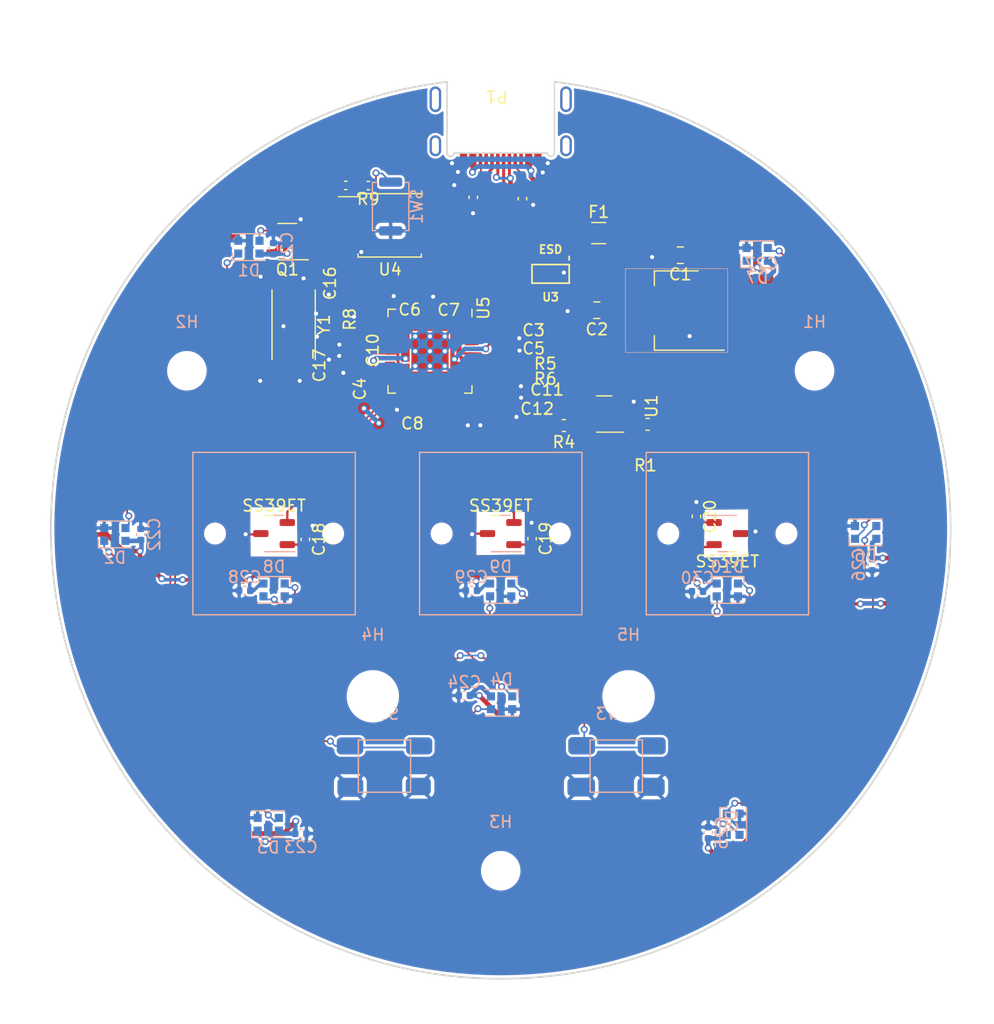
<source format=kicad_pcb>
(kicad_pcb (version 20221018) (generator pcbnew)
  (title_block (title "RP2040 Minimal Design Example") (date "2020-07-13") (rev "REV1") (company "Raspberry Pi (Trading) Ltd"))
  (layers (0 "F.Cu" signal) (31 "B.Cu" signal) (34 "B.Paste" user) (35 "F.Paste" user) (36 "B.SilkS" user "B.Silkscreen") (37 "F.SilkS" user "F.Silkscreen") (38 "B.Mask" user) (39 "F.Mask" user) (44 "Edge.Cuts" user))
  (net 0 "")
  (net 1 "GND")
  (net 2 "VBUS")
  (net 3 "/XIN")
  (net 4 "/XOUT")
  (net 5 "+3V3")
  (net 6 "+1V1")
  (net 7 "/GPIO2")
  (net 8 "/GPIO1")
  (net 9 "/GPIO0")
  (net 10 "Net-(D6-DOUT)")
  (net 11 "/GPIO9")
  (net 12 "/GPIO8")
  (net 13 "/GPIO7")
  (net 14 "/GPIO6")
  (net 15 "/GPIO5")
  (net 16 "/GPIO4")
  (net 17 "/GPIO3")
  (net 18 "/QSPI_SS")
  (net 19 "/GPIO29_ADC3")
  (net 20 "/QSPI_SD3")
  (net 21 "/QSPI_SCLK")
  (net 22 "/QSPI_SD0")
  (net 23 "/QSPI_SD2")
  (net 24 "/QSPI_SD1")
  (net 25 "/USB_D+")
  (net 26 "/USB_D-")
  (net 27 "/GPIO25")
  (net 28 "/GPIO24")
  (net 29 "/GPIO23")
  (net 30 "/GPIO22")
  (net 31 "/GPIO21")
  (net 32 "/GPIO20")
  (net 33 "/GPIO14")
  (net 34 "/GPIO13")
  (net 35 "LED_D_5V")
  (net 36 "+5V")
  (net 37 "+3V")
  (net 38 "SWCLK")
  (net 39 "SWD")
  (net 40 "RUN")
  (net 41 "Net-(U5-USB_DP)")
  (net 42 "Net-(U5-USB_DM)")
  (net 43 "RP_ADC0")
  (net 44 "RP_ADC1")
  (net 45 "RP_ADC2")
  (net 46 "Net-(D1-DOUT)")
  (net 47 "Net-(D2-DOUT)")
  (net 48 "Net-(D3-DOUT)")
  (net 49 "Net-(D4-DOUT)")
  (net 50 "Net-(D5-DOUT)")
  (net 51 "Net-(P1-CC1)")
  (net 52 "ADC_AVDD")
  (net 53 "Net-(P1-CC2)")
  (net 54 "/GPIO16")
  (net 55 "/GPIO10")
  (net 56 "/GPIO11")
  (net 57 "GPIO18")
  (net 58 "GPIO19")
  (net 59 "/GPIO12")
  (net 61 "Net-(C17-Pad1)")
  (net 62 "/GPIO17")
  (net 63 "LED_D_3V")
  (net 64 "Net-(D8-DOUT)")
  (net 65 "Net-(D10-DIN)")
  (net 66 "Net-(D10-DOUT)")
  (net 68 "Net-(R9-Pad1)")
  (footprint "Capacitor_SMD:C_0805_2012Metric" (layer "F.Cu") (at 108.27 80.79 180)
    (fp_text reference "C2")
    (fp_text value "10u")
  )
  (footprint "Capacitor_SMD:C_0402_1005Metric" (layer "F.Cu") (at 100.44 88.3175)
    (fp_text reference "C12")
    (fp_text value "1u")
  )
  (footprint "Capacitor_SMD:C_0402_1005Metric" (layer "F.Cu") (at 100.44 87.3175)
    (fp_text reference "C11")
    (fp_text value "1u")
  )
  (footprint "Capacitor_SMD:C_0402_1005Metric" (layer "F.Cu") (at 92.4 89.365 180)
    (fp_text reference "C8")
    (fp_text value "100n")
  )
  (footprint "Package_TO_SOT_SMD:SOT-223-3_TabPin2" (layer "F.Cu") (at 115.13 80.82 180)
    (fp_text reference "U1")
    (fp_text value "NCP1117-3.3_SOT223" hide)
  )
  (footprint "Package_SO:SOIC-8_5.23x5.23mm_P1.27mm" (layer "F.Cu") (at 90.445 73.4925)
    (fp_text reference "U4")
    (fp_text value "W25Q32JVSS")
  )
  (footprint "Capacitor_SMD:C_0402_1005Metric" (layer "F.Cu") (at 85.207481 83.761 -90)
    (fp_text reference "C17")
    (fp_text value "27p")
  )
  (footprint "Capacitor_SMD:C_0402_1005Metric" (layer "F.Cu") (at 100.325 84.285)
    (fp_text reference "C5")
    (fp_text value "100n")
  )
  (footprint "Capacitor_SMD:C_0402_1005Metric" (layer "F.Cu") (at 95.5225 79.5975 180)
    (fp_text reference "C7")
    (fp_text value "100n")
  )
  (footprint "Capacitor_SMD:C_0402_1005Metric" (layer "F.Cu") (at 87.400992 84.72 180)
    (fp_text reference "C10")
    (fp_text value "100n")
  )
  (footprint "Capacitor_SMD:C_0402_1005Metric" (layer "F.Cu") (at 100.325876 85.3025 180)
    (fp_text reference "R5")
    (fp_text value "27R")
  )
  (footprint "Capacitor_SMD:C_0402_1005Metric" (layer "F.Cu") (at 87.995 86.1675 180)
    (fp_text reference "C4")
    (fp_text value "100n")
  )
  (footprint "Capacitor_SMD:C_0805_2012Metric" (layer "F.Cu") (at 115.45 76.06 180)
    (fp_text reference "C1")
    (fp_text value "10u")
  )
  (footprint "Capacitor_SMD:C_0402_1005Metric" (layer "F.Cu") (at 92.1725 79.5675 180)
    (fp_text reference "C6")
    (fp_text value "100n")
  )
  (footprint "RP2040_minimal:RP2040-QFN-56" (layer "F.Cu") (at 93.915 84.315 -90)
    (fp_text reference "U5")
    (fp_text value "RP2040")
  )
  (footprint "Capacitor_SMD:C_0402_1005Metric" (layer "F.Cu") (at 85.207481 80.791 90)
    (fp_text reference "C16")
    (fp_text value "27p")
  )
  (footprint "Capacitor_SMD:C_0402_1005Metric" (layer "F.Cu") (at 100.325876 86.3025 180)
    (fp_text reference "R6")
    (fp_text value "27R")
  )
  (footprint "Capacitor_SMD:C_0402_1005Metric" (layer "F.Cu") (at 100.315 83.205)
    (fp_text reference "C3")
    (fp_text value "100n")
  )
  (footprint "Capacitor_SMD:C_0402_1005Metric" (layer "F.Cu") (at 94.545 70.0925)
    (fp_text reference "C15" hide)
    (fp_text value "100n" hide)
  )
  (footprint "Capacitor_SMD:C_0402_1005Metric" (layer "F.Cu") (at 87.092481 82.976 180)
    (fp_text reference "R8")
    (fp_text value "1k")
  )
  (footprint "Crystal:Crystal_SMD_Abracon_ABM7-2Pin_6.0x3.5mm" (layer "F.Cu") (at 82.183162 82.0375 -90)
    (fp_text reference "Y1")
    (fp_text value "ABM7-12.000MHZ-D2Y-T")
  )
  (footprint "Capacitor_SMD:C_0402_1005Metric" (layer "F.Cu") (at 88.61 70.07 180)
    (fp_text reference "R9")
    (fp_text value "1k")
  )
  (footprint "Package_TO_SOT_SMD:SOT-23-5" (layer "F.Cu") (at 81.6425 74.89 180)
    (fp_text reference "Q1")
    (fp_text value "SN74LV1T34DBV")
  )
  (footprint "Capacitor_SMD:C_0603_1608Metric" (layer "F.Cu") (at 105.4325 90.71 180)
    (fp_text reference "R4")
    (fp_text value "1R")
  )
  (footprint "Package_TO_SOT_SMD:SOT-23-3" (layer "F.Cu") (at 119.5 100)
    (fp_text reference "S3" hide)
    (fp_text value "SS39ET")
  )
  (footprint "Capacitor_SMD:C_0603_1608Metric" (layer "F.Cu") (at 112.6425 90.61 180)
    (fp_text reference "R1")
    (fp_text value "200R")
  )
  (footprint "Keebio-Parts:SOT-143B" (layer "F.Cu") (at 104.29 77.665 180)
    (fp_text reference "U3")
    (fp_text value "PRTR5V0U2X" hide)
  )
  (footprint "Package_TO_SOT_SMD:SOT-23-3" (layer "F.Cu") (at 100 100 180)
    (fp_text reference "S2" hide)
    (fp_text value "SS39ET")
  )
  (footprint "Package_TO_SOT_SMD:SOT-23" (layer "F.Cu") (at 108.91 89.72 180)
    (fp_text reference "U2" hide)
    (fp_text value "LM4040DBZ-3" hide)
  )
  (footprint "Capacitor_SMD:C_0402_1005Metric" (layer "F.Cu") (at 101.87 71.2 -90)
    (fp_text reference "R2" hide)
    (fp_text value "5.1k" hide)
  )
  (footprint "Capacitor_SMD:C_0402_1005Metric" (layer "F.Cu") (at 100.04 89.95)
    (fp_text reference "C14" hide)
    (fp_text value "1u" hide)
  )
  (footprint "Package_TO_SOT_SMD:SOT-23-3" (layer "F.Cu") (at 80.5 100 180)
    (fp_text reference "S1" hide)
    (fp_text value "SS39ET")
  )
  (footprint "Capacitor_SMD:C_0402_1005Metric" (layer "F.Cu") (at 83.19 100.5 -90)
    (fp_text reference "C18")
    (fp_text value "1u")
  )
  (footprint "Capacitor_SMD:C_0402_1005Metric" (layer "F.Cu") (at 97.225 89.4275 -90)
    (fp_text reference "C9" hide)
    (fp_text value "100n" hide)
  )
  (footprint "Capacitor_SMD:C_0402_1005Metric" (layer "F.Cu") (at 98.255 89.4275 -90)
    (fp_text reference "C13" hide)
    (fp_text value "100n" hide)
  )
  (footprint "Capacitor_SMD:C_0402_1005Metric" (layer "F.Cu") (at 116.84 98.524 -90)
    (fp_text reference "C20")
    (fp_text value "1u")
  )
  (footprint "Capacitor_SMD:C_0402_1005Metric" (layer "F.Cu") (at 97.64 71.08 -90)
    (fp_text reference "R3" hide)
    (fp_text value "5.1k" hide)
  )
  (footprint "Capacitor_SMD:C_0402_1005Metric" (layer "F.Cu") (at 102.7 100.44 -90)
    (fp_text reference "C19")
    (fp_text value "1u")
  )
  (footprint "Capacitor_SMD:C_0402_1005Metric" (layer "F.Cu") (at 86.67 70.06)
    (fp_text reference "R7" hide)
    (fp_text value "10k" hide)
  )
  (footprint "Connector_USB:USB_C_Receptacle_DEALON_16P_MidMnt" (layer "F.Cu") (at 100 62.65 180)
    (fp_text reference "P1")
    (fp_text value "USB-TYPE-C-016" hide)
    (fp_line (start -4.62 -4.6) (end -4.625 1.5) (stroke (width 0.12)) (layer "Edge.Cuts"))
    (fp_line (start -4.025 -4.625) (end 4.025 -4.625) (stroke (width 0.12)) (layer "Edge.Cuts"))
    (fp_line (start 4.62 -4.6) (end 4.62 1.5) (stroke (width 0.12)) (layer "Edge.Cuts"))
    (fp_arc (start -4.62 -4.6) (mid -4.335 -4.91) (end -4.025 -4.625) (stroke (width 0.12)) (layer "Edge.Cuts"))
    (fp_arc (start 4.025 -4.625) (mid 4.335 -4.91) (end 4.62 -4.6) (stroke (width 0.12)) (layer "Edge.Cuts"))
  )
  (footprint "Fuse:Fuse_1206_3216Metric" (layer "F.Cu") (at 108.43 74.16)
    (fp_text reference "F1")
    (fp_text value "nSMD025-24V" hide)
  )
  (footprint "Capacitor_SMD:C_0402_1005Metric" (layer "B.Cu") (at 131.96 102.68 -90)
    (fp_text reference "C26")
    (fp_text value "100n")
  )
  (footprint "Button_Switch_SMD:SW_Push_SPST_NO_Alps_SKRK" (layer "B.Cu") (at 90.53 71.87 90)
    (fp_text reference "SW1")
    (fp_text value "SKRKAHE020")
  )
  (footprint "Capacitor_SMD:C_0402_1005Metric" (layer "B.Cu") (at 97.48 104.9 180)
    (fp_text reference "C29")
    (fp_text value "100n")
  )
  (footprint "Capacitor_SMD:C_0402_1005Metric" (layer "B.Cu") (at 117.856 125.73 90)
    (fp_text reference "C25")
    (fp_text value "100n")
  )
  (footprint "MountingHole:MountingHole_3.2mm_M3" (layer "B.Cu") (at 100 129 180)
    (fp_text reference "H3")
    (fp_text value "MountingHole_3.2mm_M3")
  )
  (footprint "Capacitor_SMD:C_0402_1005Metric" (layer "B.Cu") (at 122.428 77.978 180)
    (fp_text reference "C27")
    (fp_text value "100n")
  )
  (footprint "Button_Switch_SMD:PTS647_4.5x4.5mm" (layer "B.Cu") (at 90 120 180)
    (fp_text reference "SW2")
    (fp_text value "PTS647 SN70 SMTR2 LFS")
  )
  (footprint "LED_SMD:LED_WS2812B-2020_PLCC4_2.0x2.0mm" (layer "B.Cu") (at 66.802 100.076)
    (fp_text reference "D2")
    (fp_text value "WS2812B-2020")
  )
  (footprint "Button_Switch_Keyboard:SW_Lekker_MX_1.00u_PCB" (layer "B.Cu") (at 119.5 100 180)
    (fp_text reference "REF**" hide)
    (fp_text value "SW_Lekker_MX_1.00u_PCB")
  )
  (footprint "Capacitor_SMD:C_0402_1005Metric" (layer "B.Cu") (at 80.443 75.498 90)
    (fp_text reference "C21")
    (fp_text value "100n")
  )
  (footprint "Button_Switch_Keyboard:SW_Lekker_MX_1.00u_PCB" (layer "B.Cu") (at 100 100 180)
    (fp_text reference "REF**" hide)
    (fp_text value "SW_Lekker_MX_1.00u_PCB")
  )
  (footprint "Capacitor_SMD:C_0402_1005Metric" (layer "B.Cu") (at 69.032 100.076 90)
    (fp_text reference "C22")
    (fp_text value "100n")
  )
  (footprint "LED_SMD:LED_WS2812B-2020_PLCC4_2.0x2.0mm" (layer "B.Cu") (at 119.5 104.85 180)
    (fp_text reference "D10")
    (fp_text value "WS2812B-2020")
  )
  (footprint "LED_SMD:LED_WS2812B-2020_PLCC4_2.0x2.0mm" (layer "B.Cu") (at 120 125 -90)
    (fp_text reference "D5")
    (fp_text value "WS2812B-2020")
  )
  (footprint "MountingHole:MountingHole_3.2mm_M3" (layer "B.Cu") (at 73 86 180)
    (fp_text reference "H2")
    (fp_text value "MountingHole_3.2mm_M3")
  )
  (footprint "Capacitor_SMD:C_0402_1005Metric" (layer "B.Cu") (at 82.804 125.799)
    (fp_text reference "C23")
    (fp_text value "100n")
  )
  (footprint "LED_SMD:LED_WS2812B-2020_PLCC4_2.0x2.0mm" (layer "B.Cu") (at 122.073 75.988)
    (fp_text reference "D7")
    (fp_text value "WS2812B-2020")
  )
  (footprint "MountingHole:MountingHole_3.2mm_M3" (layer "B.Cu") (at 127 86 180)
    (fp_text reference "H1")
    (fp_text value "MountingHole_3.2mm_M3")
  )
  (footprint "LED_SMD:LED_WS2812B-2020_PLCC4_2.0x2.0mm" (layer "B.Cu") (at 80 125)
    (fp_text reference "D3")
    (fp_text value "WS2812B-2020")
  )
  (footprint "LED_SMD:LED_WS2812B-2020_PLCC4_2.0x2.0mm" (layer "B.Cu") (at 100 104.85 180)
    (fp_text reference "D9")
    (fp_text value "WS2812B-2020")
  )
  (footprint "Button_Switch_SMD:PTS647_4.5x4.5mm" (layer "B.Cu") (at 109.94 120 180)
    (fp_text reference "SW3")
    (fp_text value "PTS647 SN70 SMTR2 LFS")
  )
  (footprint "LED_SMD:LED_WS2812B-2020_PLCC4_2.0x2.0mm" (layer "B.Cu") (at 78.333 75.368)
    (fp_text reference "D1")
    (fp_text value "WS2812B-2020")
  )
  (footprint "Button_Switch_Keyboard:SW_Lekker_MX_1.00u_PCB" (layer "B.Cu") (at 80.5 100 180)
    (fp_text reference "REF**" hide)
    (fp_text value "SW_Lekker_MX_1.00u_PCB")
  )
  (footprint "LED_SMD:LED_WS2812B-2020_PLCC4_2.0x2.0mm" (layer "B.Cu") (at 131.4 99.9)
    (fp_text reference "D6")
    (fp_text value "WS2812B-2020")
  )
  (footprint "LED_SMD:LED_WS2812B-2020_PLCC4_2.0x2.0mm" (layer "B.Cu") (at 80.5 104.85 180)
    (fp_text reference "D8")
    (fp_text value "WS2812B-2020")
  )
  (footprint "Capacitor_SMD:C_0402_1005Metric" (layer "B.Cu") (at 77.978 104.902 180)
    (fp_text reference "C28")
    (fp_text value "100n")
  )
  (footprint "MountingHole:MountingHole_4.3mm_M4" (layer "B.Cu") (at 89 114 180)
    (fp_text reference "H4")
    (fp_text value "MountingHole_4.3mm_M4")
  )
  (footprint "LED_SMD:LED_WS2812B-2020_PLCC4_2.0x2.0mm" (layer "B.Cu") (at 100.076 114.554 180)
    (fp_text reference "D4")
    (fp_text value "WS2812B-2020")
  )
  (footprint "Capacitor_SMD:C_0402_1005Metric" (layer "B.Cu") (at 116.93 104.98 180)
    (fp_text reference "C30")
    (fp_text value "100n")
  )
  (footprint "Capacitor_SMD:C_0402_1005Metric" (layer "B.Cu") (at 96.87 113.93 180)
    (fp_text reference "C24")
    (fp_text value "100n")
  )
  (footprint "MountingHole:MountingHole_4.3mm_M4" (layer "B.Cu") (at 111 114 180)
    (fp_text reference "H5")
    (fp_text value "MountingHole_4.3mm_M4")
  )
  (gr_arc (start 104.625 61.15) (mid 100.0025 138.288733) (end 95.38 61.15) (stroke (width 0.15)) (layer "Edge.Cuts"))
  (segment (start 105.755625 80.86875) (end 105.784375 80.84) (width 0.6) (layer "F.Cu") (net 1))
  (segment (start 100.82 83.185) (end 101.575 83.185) (width 0.2) (layer "F.Cu") (net 1))
  (segment (start 103.67 68.8925) (end 103.67 68.525) (width 0.25) (layer "F.Cu") (net 1))
  (segment (start 91.0725 89.3525) (end 91.9025 89.3525) (width 0.15) (layer "F.Cu") (net 1))
  (segment (start 101.9 71.72) (end 102.78 71.72) (width 0.2) (layer "F.Cu") (net 1))
  (segment (start 101.7325 87.3175) (end 100.925 87.3175) (width 0.2) (layer "F.Cu") (net 1))
  (segment (start 83.81 99.33) (end 83.19 99.95) (width 0.2) (layer "F.Cu") (net 1))
  (segment (start 78.05 100.06) (end 78.1 100.07) (width 0.2) (layer "F.Cu") (net 1))
  (segment (start 87.619338 75.3975) (end 86.845 75.3975) (width 0.15) (layer "F.Cu") (net 1))
  (segment (start 101.615 84.265) (end 100.8075 84.265) (width 0.2) (layer "F.Cu") (net 1))
  (segment (start 100.8 83.205) (end 100.82 83.185) (width 0.2) (layer "F.Cu") (net 1))
  (segment (start 82.79 72.97) (end 82.79 73.855) (width 0.2) (layer "F.Cu") (net 1))
  (segment (start 88.004669 75.782831) (end 87.619338 75.3975) (width 0.2) (layer "F.Cu") (net 1))
  (segment (start 104.03 68.12) (end 104.05 68.14) (width 0.25) (layer "F.Cu") (net 1))
  (segment (start 86.115 83.7525) (end 86.020981 83.7525) (width 0.15) (layer "F.Cu") (net 1))
  (segment (start 96.32 68.9) (end 96.32 68.355) (width 0.25) (layer "F.Cu") (net 1))
  (segment (start 96.32 68.355) (end 96.8 67.875) (width 0.25) (layer "F.Cu") (net 1))
  (segment (start 101.28 89.97) (end 101.26 89.95) (width 0.15) (layer "F.Cu") (net 1))
  (segment (start 78.98 100.07) (end 78.12 100.07) (width 0.2) (layer "F.Cu") (net 1))
  (segment (start 96.535 68.14) (end 95.8075 68.14) (width 0.25) (layer "F.Cu") (net 1))
  (segment (start 117.38 83.02) (end 117.46 82.94) (width 0.8) (layer "F.Cu") (net 1))
  (segment (start 86.915992 84.72) (end 86.104008 84.72) (width 0.2) (layer "F.Cu") (net 1))
  (segment (start 83.19 99.95) (end 83.19 100.02) (width 0.15) (layer "F.Cu") (net 1))
  (segment (start 100.925 88.3175) (end 101.755 88.3175) (width 0.2) (layer "F.Cu") (net 1))
  (segment (start 91.9025 89.3525) (end 91.915 89.365) (width 0.15) (layer "F.Cu") (net 1))
  (segment (start 97.64 71.56) (end 97.64 72.43) (width 0.15) (layer "F.Cu") (net 1))
  (segment (start 121.92 99.822) (end 120.8155 99.822) (width 0.2) (layer "F.Cu") (net 1))
  (segment (start 102.71 99.98) (end 102.71 99.16) (width 0.2) (layer "F.Cu") (net 1))
  (segment (start 85.207481 85.0265) (end 85.218981 85.038) (width 0.15) (layer "F.Cu") (net 1))
  (segment (start 96 70.0325) (end 95.31 70.0325) (width 0.15) (layer "F.Cu") (net 1))
  (segment (start 98.23 90.666824) (end 98.246352 90.683176) (width 0.2) (layer "F.Cu") (net 1))
  (segment (start 94.1825 79.6275) (end 94.3825 79.4275) (width 0.15) (layer "F.Cu") (net 1))
  (segment (start 96.8 67.875) (end 96.535 68.14) (width 0.25) (layer "F.Cu") (net 1))
  (segment (start 86.478016 84.721) (end 86.47801 84.720994) (width 0.2) (layer "F.Cu") (net 1))
  (segment (start 85.207481 84.246) (end 85.207481 85.0265) (width 0.15) (layer "F.Cu") (net 1))
  (segment (start 79.03 100.02) (end 78.98 100.07) (width 0.2) (layer "F.Cu") (net 1))
  (segment (start 120.8155 99.822) (end 120.6375 100) (width 0.2) (layer "F.Cu") (net 1))
  (segment (start 86.020981 83.7525) (end 85.527481 84.246) (width 0.15) (layer "F.Cu") (net 1))
  (segment (start 116.84 97.282) (end 116.77 97.352) (width 0.15) (layer "F.Cu") (net 1))
  (segment (start 105.09 77.21) (end 105.09 76.63) (width 0.4) (layer "F.Cu") (net 1))
  (segment (start 114.155 76.22) (end 114.235 76.14) (width 0.8) (layer "F.Cu") (net 1))
  (segment (start 113.025 76.22) (end 114.155 76.22) (width 0.8) (layer "F.Cu") (net 1))
  (segment (start 85.207481 80.306) (end 85.207481 79.45) (width 0.2) (layer "F.Cu") (net 1))
  (segment (start 103.67 68.525) (end 103.265 68.12) (width 0.25) (layer "F.Cu") (net 1))
  (segment (start 90.4775 83.315) (end 89.337981 83.315) (width 0.15) (layer "F.Cu") (net 1))
  (segment (start 97.17 90.693176) (end 97.17 90.023176) (width 0.2) (layer "F.Cu") (net 1))
  (segment (start 85.527481 84.246) (end 85.207481 84.246) (width 0.15) (layer "F.Cu") (net 1))
  (segment (start 87.27 86.18) (end 86.457996 86.18) (width 0.2) (layer "F.Cu") (net 1))
  (segment (start 95.31 70.0325) (end 95.2475 69.97) (width 0.15) (layer "F.Cu") (net 1))
  (segment (start 105.433234 77.553234) (end 105.09 77.21) (width 0.4) (layer "F.Cu") (net 1))
  (segment (start 103.61625 68.94625) (end 103.67 68.8925) (width 0.25) (layer "F.Cu") (net 1))
  (segment (start 111.4435 88.66) (end 110.2875 88.66) (width 0.3) (layer "F.Cu") (net 1))
  (segment (start 78.1 100.07) (end 78.11 100.07) (width 0.2) (layer "F.Cu") (net 1))
  (segment (start 110.2875 88.66) (end 110.1235 88.824) (width 0.3) (layer "F.Cu") (net 1))
  (segment (start 116.77 97.352) (end 116.77 97.994) (width 0.2) (layer "F.Cu") (net 1))
  (segment (start 94.3825 79.4275) (end 94.7375 79.4275) (width 0.15) (layer "F.Cu") (net 1))
  (segment (start 98.45 100.01) (end 97.63 100.01) (width 0.2) (layer "F.Cu") (net 1))
  (segment (start 105.784375 80.84) (end 107.115625 80.84) (width 0.6) (layer "F.Cu") (net 1))
  (segment (start 116.25 83.02) (end 117.38 83.02) (width 0.8) (layer "F.Cu") (net 1))
  (segment (start 98.23 90.033176) (end 98.23 90.666824) (width 0.2) (layer "F.Cu") (net 1))
  (segment (start 78.12 100.07) (end 78.05 100.06) (width 0.2) (layer "F.Cu") (net 1))
  (segment (start 90.7925 79.5775) (end 91.605 79.5775) (width 0.2) (layer "F.Cu") (net 1))
  (segment (start 101.7425 87.3275) (end 101.7325 87.3175) (width 0.2) (layer "F.Cu") (net 1))
  (segment (start 104.07 68.12) (end 104.05 68.14) (width 0.25) (layer "F.Cu") (net 1))
  (segment (start 89.337981 83.315) (end 87.377981 81.355) (width 0.15) (layer "F.Cu") (net 1))
  (segment (start 103.265 68.12) (end 104.03 68.12) (width 0.25) (layer "F.Cu") (net 1))
  (segment (start 101.26 89.95) (end 100.537831 89.95) (width 0.15) (layer "F.Cu") (net 1))
  (via (at 86.115 83.7525) (size 0.6) (drill 0.35) (layers "F.Cu" "B.Cu") (net 1))
  (via (at 81.307481 82.166) (size 0.6) (drill 0.35) (layers "F.Cu" "B.Cu") (net 1))
  (via (at 84.193162 83.0675) (size 0.6) (drill 0.35) (layers "F.Cu" "B.Cu") (net 1))
  (via (at 79.345 77.9025) (size 0.6) (drill 0.35) (layers "F.Cu" "B.Cu") (net 1))
  (via (at 83.037481 78.0535) (size 0.6) (drill 0.35) (layers "F.Cu" "B.Cu") (net 1))
  (via (at 82.707481 86.866) (size 0.6) (drill 0.35) (layers "F.Cu" "B.Cu") (net 1))
  (via (at 94.1825 79.6275) (size 0.6) (drill 0.35) (layers "F.Cu" "B.Cu") (net 1))
  (via (at 111.4435 88.66) (size 0.6) (drill 0.35) (layers "F.Cu" "B.Cu") (net 1))
  (via (at 91.0725 89.3525) (size 0.6) (drill 0.35) (layers "F.Cu" "B.Cu") (net 1))
  (via (at 87.377981 81.355) (size 0.6) (drill 0.35) (layers "F.Cu" "B.Cu") (net 1))
  (via (at 98.246352 90.683176) (size 0.6) (drill 0.35) (layers "F.Cu" "B.Cu") (net 1))
  (via (at 103.61625 68.94625) (size 0.6) (drill 0.35) (layers "F.Cu" "B.Cu") (net 1))
  (via (at 90.7925 79.5775) (size 0.6) (drill 0.35) (layers "F.Cu" "B.Cu") (net 1))
  (via (at 83.81 99.33) (size 0.6) (drill 0.35) (layers "F.Cu" "B.Cu") (net 1))
  (via (at 113.025 76.22) (size 0.6) (drill 0.35) (layers "F.Cu" "B.Cu") (net 1))
  (via (at 104.05 68.14) (size 0.6) (drill 0.35) (layers "F.Cu" "B.Cu") (net 1))
  (via (at 95.808119 68.148005) (size 0.6) (drill 0.35) (layers "F.Cu" "B.Cu") (net 1))
  (via (at 82.79 72.97) (size 0.6) (drill 0.35) (layers "F.Cu" "B.Cu") (net 1))
  (via (at 101.755 88.3175) (size 0.6) (drill 0.35) (layers "F.Cu" "B.Cu") (net 1))
  (via (at 96.32 68.9) (size 0.6) (drill 0.35) (layers "F.Cu" "B.Cu") (net 1))
  (via (at 96 70.0325) (size 0.6) (drill 0.35) (layers "F.Cu" "B.Cu") (net 1))
  (via (at 97.54 100.06) (size 0.6) (drill 0.35) (layers "F.Cu" "B.Cu") (net 1))
  (via (at 85.218981 85.038) (size 0.6) (drill 0.35) (layers "F.Cu" "B.Cu") (net 1))
  (via (at 86.104002 84.719994) (size 0.6) (drill 0.35) (layers "F.Cu" "B.Cu") (net 1))
  (via (at 105.433234 77.553234) (size 0.6) (drill 0.35) (layers "F.Cu" "B.Cu") (net 1))
  (via (at 97.62 72.45) (size 0.6) (drill 0.35) (layers "F.Cu" "B.Cu") (net 1))
  (via (at 79.305 86.866) (size 0.6) (drill 0.35) (layers "F.Cu" "B.Cu") (net 1))
  (via (at 116.84 97.282) (size 0.6) (drill 0.35) (layers "F.Cu" "B.Cu") (net 1))
  (via (at 101.7425 87.3275) (size 0.6) (drill 0.35) (layers "F.Cu" "B.Cu") (net 1))
  (via (at 102.66 99.07) (size 0.6) (drill 0.35) (layers "F.Cu" "B.Cu") (net 1))
  (via (at 105.755625 80.86875) (size 0.6) (drill 0.35) (layers "F.Cu" "B.Cu") (net 1))
  (via (at 121.92 99.822) (size 0.6) (drill 0.35) (layers "F.Cu" "B.Cu") (net 1))
  (via (at 97.17 90.693176) (size 0.6) (drill 0.35) (layers "F.Cu" "B.Cu") (net 1))
  (via (at 78.05 100.06) (size 0.6) (drill 0.35) (layers "F.Cu" "B.Cu") (net 1))
  (via (at 85.207481 79.45) (size 0.6) (drill 0.35) (layers "F.Cu" "B.Cu") (net 1))
  (via (at 116.25 83.02) (size 0.6) (drill 0.35) (layers "F.Cu" "B.Cu") (net 1))
  (via (at 101.615 84.265) (size 0.6) (drill 0.35) (layers "F.Cu" "B.Cu") (net 1))
  (via (at 88.004669 75.782831) (size 0.6) (drill 0.35) (layers "F.Cu" "B.Cu") (net 1))
  (via (at 102.79 71.73) (size 0.6) (drill 0.35) (layers "F.Cu" "B.Cu") (net 1))
  (via (at 101.595 83.205) (size 0.6) (drill 0.35) (layers "F.Cu" "B.Cu") (net 1))
  (via (at 86.457996 86.18) (size 0.6) (drill 0.35) (layers "F.Cu" "B.Cu") (net 1))
  (via (at 101.355 89.9725) (size 0.6) (drill 0.35) (layers "F.Cu" "B.Cu") (net 1))
  (via (at 84.113162 81.0875) (size 0.6) (drill 0.35) (layers "F.Cu" "B.Cu") (net 1))
  (segment (start 77.413 74.818) (end 77.693 74.818) (width 0.15) (layer "B.Cu") (net 1))
  (segment (start 87.375 121.6) (end 87.49 121.6) (width 0.15) (layer "B.Cu") (net 1))
  (segment (start 102.606789 68.790703) (end 102.606789 69.332789) (width 0.4) (layer "F.Cu") (net 2))
  (segment (start 107.03 77.6) (end 105.965 78.665) (width 0.4) (layer "F.Cu") (net 2))
  (segment (start 102.4 68.583914) (end 102.4 67.875) (width 0.4) (layer "F.Cu") (net 2))
  (segment (start 102.606789 68.790703) (end 102.4 68.583914) (width 0.4) (layer "F.Cu") (net 2))
  (segment (start 105.965 78.665) (end 105.24 78.665) (width 0.4) (layer "F.Cu") (net 2))
  (segment (start 97.6 68.890107) (end 97.6 67.875) (width 0.4) (layer "F.Cu") (net 2))
  (segment (start 102.606789 69.332789) (end 107.03 73.756) (width 0.4) (layer "F.Cu") (net 2))
  (segment (start 107.03 73.756) (end 107.03 77.6) (width 0.4) (layer "F.Cu") (net 2))
  (segment (start 97.56682 68.923287) (end 97.6 68.890107) (width 0.4) (layer "F.Cu") (net 2))
  (via (at 102.606789 68.790703) (size 0.6) (drill 0.35) (layers "F.Cu" "B.Cu") (net 2))
  (via (at 97.56682 68.923287) (size 0.6) (drill 0.35) (layers "F.Cu" "B.Cu") (net 2))
  (segment (start 102.254086 68.438) (end 102.606789 68.790703) (width 0.4) (layer "B.Cu") (net 2))
  (segment (start 97.56682 68.81318) (end 97.942 68.438) (width 0.4) (layer "B.Cu") (net 2))
  (segment (start 102.606789 68.790703) (end 102.606789 69.25445) (width 0.4) (layer "B.Cu") (net 2))
  (segment (start 97.56682 68.923287) (end 97.56682 68.81318) (width 0.4) (layer "B.Cu") (net 2))
  (segment (start 97.942 68.438) (end 102.254086 68.438) (width 0.4) (layer "B.Cu") (net 2))
  (segment (start 84.556981 81.9265) (end 83.052162 81.9265) (width 0.15) (layer "F.Cu") (net 3))
  (segment (start 87.674717 82.076) (end 86.007481 82.076) (width 0.15) (layer "F.Cu") (net 3))
  (segment (start 90.4775 83.715) (end 89.313717 83.715) (width 0.15) (layer "F.Cu") (net 3))
  (segment (start 89.313717 83.715) (end 87.674717 82.076) (width 0.15) (layer "F.Cu") (net 3))
  (segment (start 83.052162 81.9265) (end 81.092662 79.967) (width 0.15) (layer "F.Cu") (net 3))
  (segment (start 85.207481 81.276) (end 84.556981 81.9265) (width 0.15) (layer "F.Cu") (net 3))
  (segment (start 86.007481 82.076) (end 85.207481 81.276) (width 0.15) (layer "F.Cu") (net 3))
  (segment (start 90.4775 84.115) (end 88.716481 84.115) (width 0.15) (layer "F.Cu") (net 4))
  (segment (start 88.716481 84.115) (end 87.577481 82.976) (width 0.15) (layer "F.Cu") (net 4))
  (segment (start 98.405001 84.667501) (end 98.940323 84.667501) (width 0.2) (layer "F.Cu") (net 5))
  (segment (start 99.062824 84.545) (end 99.58 84.545) (width 0.2) (layer "F.Cu") (net 5))
  (segment (start 63.92 100.923056) (end 63.92 96.052182) (width 0.4) (layer "F.Cu") (net 5))
  (segment (start 109.35 72.46) (end 113.109683 72.46) (width 0.4) (layer "F.Cu") (net 5))
  (segment (start 76.37 126.384556) (end 76.37 125.31) (width 0.4) (layer "F.Cu") (net 5))
  (segment (start 66.25 85.428378) (end 75.254 76.424378) (width 0.4) (layer "F.Cu") (net 5))
  (segment (start 108.4 79.07) (end 108.38 79.05) (width 0.4) (layer "F.Cu") (net 5))
  (segment (start 91.03 84.49) (end 88.491 84.49) (width 0.2) (layer "F.Cu") (net 5))
  (segment (start 97.3925 84.5175) (end 96.555 84.5175) (width 0.2) (layer "F.Cu") (net 5))
  (segment (start 96.515 80.105) (end 96.0075 79.5975) (width 0.2) (layer "F.Cu") (net 5))
  (segment (start 87.884992 84.721) (end 87.313492 85.2925) (width 0.2) (layer "F.Cu") (net 5))
  (segment (start 108.38 73.43) (end 109.35 72.46) (width 0.4) (layer "F.Cu") (net 5))
  (segment (start 86.2175 85.2925) (end 85.907996 85.602004) (width 0.2) (layer "F.Cu") (net 5))
  (segment (start 102.64 101.93) (end 102.6 101.85) (width 0.15) (layer "F.Cu") (net 5))
  (segment (start 80.512182 70.06) (end 82.24 70.06) (width 0.4) (layer "F.Cu") (net 5))
  (segment (start 124.433818 73.618) (end 134.35 83.534182) (width 0.4) (layer "F.Cu") (net 5))
  (segment (start 82.24 70.06) (end 84.7 72.52) (width 0.4) (layer "F.Cu") (net 5))
  (segment (start 114.521683 73.872) (end 121.184183 73.872) (width 0.4) (layer "F.Cu") (net 5))
  (segment (start 92.885 89.365) (end 92.885 87.7825) (width 0.2) (layer "F.Cu") (net 5))
  (segment (start 98.060026 86.5175) (end 96.5625 86.5175) (width 0.2) (layer "F.Cu") (net 5))
  (segment (start 75.254 75.318182) (end 80.512182 70.06) (width 0.4) (layer "F.Cu") (net 5))
  (segment (start 117.66 131.62) (end 81.605444 131.62) (width 0.4) (layer "F.Cu") (net 5))
  (segment (start 83.16 100.95) (end 83.19 100.98) (width 0.15) (layer "F.Cu") (net 5))
  (segment (start 99.955 88.3175) (end 99.305 87.6675) (width 0.2) (layer "F.Cu") (net 5))
  (segment (start 75.254 76.424378) (end 75.254 75.318182) (width 0.4) (layer "F.Cu") (net 5))
  (segment (start 83.05 101.12) (end 83.19 100.98) (width 0.15) (layer "F.Cu") (net 5))
  (segment (start 80.512182 70.06) (end 82.592182 67.98) (width 0.4) (layer "F.Cu") (net 5))
  (segment (start 96.5625 86.5175) (end 96.515 86.565) (width 0.2) (layer "F.Cu") (net 5))
  (segment (start 99.58 84.545) (end 99.84 84.285) (width 0.2) (layer "F.Cu") (net 5))
  (segment (start 108.38 79.05) (end 108.38 73.43) (width 0.4) (layer "F.Cu") (net 5))
  (segment (start 87.313492 85.2925) (end 86.2175 85.2925) (width 0.2) (layer "F.Cu") (net 5))
  (segment (start 97.3925 84.9175) (end 96.755 84.9175) (width 0.2) (layer "F.Cu") (net 5))
  (segment (start 65.02 110.32) (end 65.02 102.023057) (width 0.4) (layer "F.Cu") (net 5))
  (segment (start 100.584 89.154) (end 99.955 88.525) (width 0.3) (layer "F.Cu") (net 5))
  (segment (start 81.605444 131.62) (end 76.37 126.384556) (width 0.4) (layer "F.Cu") (net 5))
  (segment (start 97.225 88.9225) (end 97.225 89.13) (width 0.2) (layer "F.Cu") (net 5))
  (segment (start 98.255 84.5175) (end 97.3925 84.5175) (width 0.2) (layer "F.Cu") (net 5))
  (segment (start 133.74 115.54) (end 117.66 131.62) (width 0.4) (layer "F.Cu") (net 5))
  (segment (start 92.6575 79.5675) (end 92.915 79.825) (width 0.2) (layer "F.Cu") (net 5))
  (segment (start 86.94 78.57) (end 87.78 78.57) (width 0.4) (layer "F.Cu") (net 5))
  (segment (start 96.515 81.5425) (end 96.505 81.5525) (width 0.2) (layer "F.Cu") (net 5))
  (segment (start 80.512182 70.06) (end 86.19 70.06) (width 0.4) (layer "F.Cu") (net 5))
  (segment (start 94.045 70.2775) (end 94.255 70.0675) (width 0.15) (layer "F.Cu") (net 5))
  (segment (start 92.885 87.7825) (end 92.915 87.7525) (width 0.2) (layer "F.Cu") (net 5))
  (segment (start 113.109683 72.46) (end 114.521683 73.872) (width 0.4) (layer "F.Cu") (net 5))
  (segment (start 134.35 106.227818) (end 133.74 106.837818) (width 0.4) (layer "F.Cu") (net 5))
  (segment (start 91.09 84.55) (end 91.03 84.49) (width 0.2) (layer "F.Cu") (net 5))
  (segment (start 92.8 79.3525) (end 92.6575 79.495) (width 0.2) (layer "F.Cu") (net 5))
  (segment (start 96.515 87.7525) (end 96.515 88.2125) (width 0.2) (layer "F.Cu") (net 5))
  (segment (start 94.045 71.5875) (end 94.045 70.2775) (width 0.2) (layer "F.Cu") (net 5))
  (segment (start 133.74 106.837818) (end 133.74 115.54) (width 0.4) (layer "F.Cu") (net 5))
  (segment (start 92.915 79.825) (end 92.915 80.8775) (width 0.2) (layer "F.Cu") (net 5))
  (segment (start 65.87 114.81) (end 65.87 111.17) (width 0.4) (layer "F.Cu") (net 5))
  (segment (start 84.7 72.52) (end 84.7 76.33) (width 0.4) (layer "F.Cu") (net 5))
  (segment (start 134.35 83.534182) (end 134.35 106.227818) (width 0.4) (layer "F.Cu") (net 5))
  (segment (start 96.515 80.8775) (end 96.515 80.105) (width 0.2) (layer "F.Cu") (net 5))
  (segment (start 99.210025 87.6675) (end 98.060026 86.5175) (width 0.2) (layer "F.Cu") (net 5))
  (segment (start 92.915 87.7525) (end 92.915 86.7675) (width 0.2) (layer "F.Cu") (net 5))
  (segment (start 116.84 99.004) (end 116.886 99.05) (width 0.2) (layer "F.Cu") (net 5))
  (segment (start 82.592182 67.98) (end 91.9475 67.98) (width 0.4) (layer "F.Cu") (net 5))
  (segment (start 76.37 125.31) (end 65.87 114.81) (width 0.4) (layer "F.Cu") (net 5))
  (segment (start 85.907996 86.667996) (end 86.12 86.88) (width 0.2) (layer "F.Cu") (net 5))
  (segment (start 81.6375 100.95) (end 83.16 100.95) (width 0.2) (layer "F.Cu") (net 5))
  (segment (start 97.3925 84.9175) (end 98.155002 84.9175) (width 0.2) (layer "F.Cu") (net 5))
  (segment (start 99.955 88.525) (end 99.955 88.3175) (width 0.4) (layer "F.Cu") (net 5))
  (segment (start 98.405001 84.667501) (end 98.255 84.5175) (width 0.2) (layer "F.Cu") (net 5))
  (segment (start 92.6575 79.5675) (end 92.6575 79.5325) (width 0.2) (layer "F.Cu") (net 5))
  (segment (start 65.87 111.17) (end 65.02 110.32) (width 0.4) (layer "F.Cu") (net 5))
  (segment (start 99.305 87.6675) (end 99.210025 87.6675) (width 0.2) (layer "F.Cu") (net 5))
  (segment (start 92.915 81.6175) (end 92.905 81.6275) (width 0.2) (layer "F.Cu") (net 5))
  (segment (start 116.835 98.954) (end 116.995 99.114) (width 0.15) (layer "F.Cu") (net 5))
  (segment (start 65.02 102.023057) (end 63.92 100.923056) (width 0.4) (layer "F.Cu") (net 5))
  (segment (start 88.26 84.721) (end 87.884992 84.721) (width 0.2) (layer "F.Cu") (net 5))
  (segment (start 98.940323 84.667501) (end 99.062824 84.545) (width 0.2) (layer "F.Cu") (net 5))
  (segment (start 96.515 86.565) (end 96.515 87.7525) (width 0.2) (layer "F.Cu") (net 5))
  (segment (start 63.92 96.052182) (end 66.25 93.722182) (width 0.4) (layer "F.Cu") (net 5))
  (segment (start 96.515 88.2125) (end 97.225 88.9225) (width 0.2) (layer "F.Cu") (net 5))
  (segment (start 92.6575 79.495) (end 92.6575 79.5675) (width 0.2) (layer "F.Cu") (net 5))
  (segment (start 97.225 89.13) (end 97.1925 89.1625) (width 0.2) (layer "F.Cu") (net 5))
  (segment (start 91.9475 67.98) (end 94.06 70.0925) (width 0.4) (layer "F.Cu") (net 5))
  (segment (start 102.59 101.84) (end 102.64 101.93) (width 0.15) (layer "F.Cu") (net 5))
  (segment (start 102.616 89.154) (end 100.584 89.154) (width 0.3) (layer "F.Cu") (net 5))
  (segment (start 66.25 93.722182) (end 66.25 85.428378) (width 0.4) (layer "F.Cu") (net 5))
  (segment (start 88.491 84.49) (end 88.26 84.721) (width 0.2) (layer "F.Cu") (net 5))
  (segment (start 92.915 86.7675) (end 92.93 86.7525) (width 0.2) (layer "F.Cu") (net 5))
  (segment (start 84.7 76.33) (end 86.94 78.57) (width 0.4) (layer "F.Cu") (net 5))
  (segment (start 98.155002 84.9175) (end 98.405001 84.667501) (width 0.2) (layer "F.Cu") (net 5))
  (segment (start 96.755 84.9175) (end 96.555 84.7175) (width 0.2) (layer "F.Cu") (net 5))
  (segment (start 85.907996 85.602004) (end 85.907996 86.667996) (width 0.2) (layer "F.Cu") (net 5))
  (segment (start 102.51 101.1) (end 102.59 101.02) (width 0.15) (layer "F.Cu") (net 5))
  (segment (start 121.184183 73.872) (end 121.438183 73.618) (width 0.4) (layer "F.Cu") (net 5))
  (segment (start 92.915 80.8775) (end 92.915 81.6175) (width 0.2) (layer "F.Cu") (net 5))
  (segment (start 116.886 99.05) (end 118.3625 99.05) (width 0.2) (layer "F.Cu") (net 5))
  (segment (start 121.438183 73.618) (end 124.433818 73.618) (width 0.4) (layer "F.Cu") (net 5))
  (segment (start 101.1375 100.95) (end 102.63 100.95) (width 0.2) (layer "F.Cu") (net 5))
  (segment (start 96.515 80.8775) (end 96.515 81.5425) (width 0.2) (layer "F.Cu") (net 5))
  (via (at 89.505 90.505) (size 0.6) (drill 0.35) (layers "F.Cu" "B.Cu") (net 5))
  (via (at 88.235 89.235) (size 0.6) (drill 0.35) (layers "F.Cu" "B.Cu") (net 5))
  (segment (start 89.505 90.505) (end 88.235 89.235) (width 0.4) (layer "B.Cu") (net 5))
  (segment (start 97.3525 84.115) (end 98.715006 84.115) (width 0.2) (layer "F.Cu") (net 6))
  (segment (start 96.015 85.005) (end 96.015 84.815) (width 0.15) (layer "F.Cu") (net 6))
  (segment (start 89.06 85.5875) (end 88.48 86.1675) (width 0.2) (layer "F.Cu") (net 6))
  (segment (start 98.715006 84.034994) (end 98.715006 84.115) (width 0.2) (layer "F.Cu") (net 6))
  (segment (start 98.155 86.1175) (end 99.355 87.3175) (width 0.2) (layer "F.Cu") (net 6))
  (segment (start 97.3925 86.1175) (end 98.155 86.1175) (width 0.2) (layer "F.Cu") (net 6))
  (segment (start 89.06 85.14) (end 89.25 84.95) (width 0.2) (layer "F.Cu") (net 6))
  (segment (start 99.355 87.3175) (end 99.955 87.3175) (width 0.2) (layer "F.Cu") (net 6))
  (segment (start 89.06 85.14) (end 89.06 85.5875) (width 0.2) (layer "F.Cu") (net 6))
  (segment (start 97.3925 86.1175) (end 96.555 86.1175) (width 0.2) (layer "F.Cu") (net 6))
  (segment (start 99.83 83.205) (end 99.545 83.205) (width 0.2) (layer "F.Cu") (net 6))
  (segment (start 99.545 83.205) (end 98.715006 84.034994) (width 0.2) (layer "F.Cu") (net 6))
  (segment (start 89.25 84.95) (end 90.4525 84.95) (width 0.2) (layer "F.Cu") (net 6))
  (via (at 98.715006 84.115) (size 0.6) (drill 0.35) (layers "F.Cu" "B.Cu") (net 6))
  (via (at 96.015 85.005) (size 0.6) (drill 0.35) (layers "F.Cu" "B.Cu") (net 6))
  (via (at 89.06 85.14) (size 0.6) (drill 0.35) (layers "F.Cu" "B.Cu") (net 6))
  (via (at 91.805 84.9525) (size 0.6) (drill 0.35) (layers "F.Cu" "B.Cu") (net 6))
  (segment (start 91.75003 84.91) (end 91.78003 84.94) (width 0.4) (layer "B.Cu") (net 6))
  (segment (start 98.715006 84.115) (end 96.905 84.115) (width 0.4) (layer "B.Cu") (net 6))
  (segment (start 89.29 84.91) (end 91.75003 84.91) (width 0.4) (layer "B.Cu") (net 6))
  (segment (start 96.905 84.115) (end 96.015 85.005) (width 0.4) (layer "B.Cu") (net 6))
  (segment (start 89.06 85.14) (end 89.29 84.91) (width 0.4) (layer "B.Cu") (net 6))
  (segment (start 123.952 75.692) (end 126.69 78.43) (width 0.15) (layer "F.Cu") (net 10))
  (segment (start 126.69 78.43) (end 126.69 78.95) (width 0.15) (layer "F.Cu") (net 10))
  (segment (start 126.69 78.95) (end 131.68 83.94) (width 0.15) (layer "F.Cu") (net 10))
  (segment (start 131.68 98.855002) (end 131.284502 99.2505) (width 0.15) (layer "F.Cu") (net 10))
  (segment (start 131.68 83.94) (end 131.68 98.855002) (width 0.15) (layer "F.Cu") (net 10))
  (via (at 123.952 75.692) (size 0.6) (drill 0.35) (layers "F.Cu" "B.Cu") (net 10))
  (via (at 131.284502 99.2505) (size 0.6) (drill 0.35) (layers "F.Cu" "B.Cu") (net 10))
  (segment (start 131.284502 99.2505) (end 131.284502 99.650498) (width 0.15) (layer "B.Cu") (net 10))
  (segment (start 123.952 75.692) (end 123.242 75.692) (width 0.15) (layer "B.Cu") (net 10))
  (segment (start 131.284502 99.650498) (end 130.485 100.45) (width 0.15) (layer "B.Cu") (net 10))
  (segment (start 123.242 75.692) (end 122.988 75.438) (width 0.15) (layer "B.Cu") (net 10))
  (segment (start 96.039963 77.7525) (end 87.2825 77.7525) (width 0.15) (layer "F.Cu") (net 18))
  (segment (start 88.11 70.13) (end 87.055 71.185) (width 0.15) (layer "F.Cu") (net 18))
  (segment (start 97.3525 81.715) (end 97.015 81.3775) (width 0.15) (layer "F.Cu") (net 18))
  (segment (start 97.015 81.3775) (end 97.015 78.727537) (width 0.15) (layer "F.Cu") (net 18))
  (segment (start 86.78467 71.5875) (end 86.845 71.5875) (width 0.15) (layer "F.Cu") (net 18))
  (segment (start 87.2825 77.7525) (end 85.52 75.99) (width 0.15) (layer "F.Cu") (net 18))
  (segment (start 85.52 72.85217) (end 86.78467 71.5875) (width 0.15) (layer "F.Cu") (net 18))
  (segment (start 87.18 70.13) (end 87.11 70.06) (width 0.15) (layer "F.Cu") (net 18))
  (segment (start 88.11 70.13) (end 87.18 70.13) (width 0.15) (layer "F.Cu") (net 18))
  (segment (start 97.015 78.727537) (end 96.039963 77.7525) (width 0.15) (layer "F.Cu") (net 18))
  (segment (start 85.52 75.99) (end 85.52 72.85217) (width 0.15) (layer "F.Cu") (net 18))
  (segment (start 87.055 71.185) (end 87.055 71.5375) (width 0.15) (layer "F.Cu") (net 18))
  (segment (start 99.4025 82.336028) (end 99.4025 78.71) (width 0.15) (layer "F.Cu") (net 20))
  (segment (start 97.3525 83.715) (end 98.023528 83.715) (width 0.15) (layer "F.Cu") (net 20))
  (segment (start 98.023528 83.715) (end 99.4025 82.336028) (width 0.15) (layer "F.Cu") (net 20))
  (segment (start 95.754338 75.061838) (end 95.754338 74.261838) (width 0.15) (layer "F.Cu") (net 20))
  (segment (start 95.754338 74.261838) (end 94.35 72.8575) (width 0.15) (layer "F.Cu") (net 20))
  (segment (start 99.4025 78.71) (end 95.754338 75.061838) (width 0.15) (layer "F.Cu") (net 20))
  (segment (start 94.35 72.8575) (end 94.045 72.8575) (width 0.15) (layer "F.Cu") (net 20))
  (segment (start 94.1825 74.1275) (end 94.045 74.1275) (width 0.15) (layer "F.Cu") (net 21))
  (segment (start 97.999264 83.315) (end 99.0725 82.241764) (width 0.15) (layer "F.Cu") (net 21))
  (segment (start 99.0725 79.0175) (end 94.1825 74.1275) (width 0.15) (layer "F.Cu") (net 21))
  (segment (start 97.3525 83.315) (end 97.999264 83.315) (width 0.15) (layer "F.Cu") (net 21))
  (segment (start 99.0725 82.241764) (end 99.0725 79.0175) (width 0.15) (layer "F.Cu") (net 21))
  (segment (start 98.7725 82.1175) (end 98.7725 79.144378) (width 0.15) (layer "F.Cu") (net 22))
  (segment (start 98.7725 79.144378) (end 95.025622 75.3975) (width 0.15) (layer "F.Cu") (net 22))
  (segment (start 97.975 82.915) (end 98.7725 82.1175) (width 0.15) (layer "F.Cu") (net 22))
  (segment (start 97.3525 82.915) (end 97.975 82.915) (width 0.15) (layer "F.Cu") (net 22))
  (segment (start 95.025622 75.3975) (end 94.045 75.3975) (width 0.15) (layer "F.Cu") (net 22))
  (segment (start 98.4725 81.971764) (end 98.4725 79.268642) (width 0.15) (layer "F.Cu") (net 23))
  (segment (start 87.091801 74.1275) (end 86.845 74.1275) (width 0.15) (layer "F.Cu") (net 23))
  (segment (start 97.929264 82.515) (end 98.4725 81.971764) (width 0.15) (layer "F.Cu") (net 23))
  (segment (start 98.4725 79.268642) (end 96.296358 77.0925) (width 0.15) (layer "F.Cu") (net 23))
  (segment (start 97.3525 82.515) (end 97.929264 82.515) (width 0.15) (layer "F.Cu") (net 23))
  (segment (start 90.056801 77.0925) (end 87.091801 74.1275) (width 0.15) (layer "F.Cu") (net 23))
  (segment (start 96.296358 77.0925) (end 90.056801 77.0925) (width 0.15) (layer "F.Cu") (net 23))
  (segment (start 86.78467 72.8575) (end 86.845 72.8575) (width 0.15) (layer "F.Cu") (net 24))
  (segment (start 85.82 75.70283) (end 85.82 73.82217) (width 0.15) (layer "F.Cu") (net 24))
  (segment (start 97.3525 82.115) (end 97.905 82.115) (width 0.15) (layer "F.Cu") (net 24))
  (segment (start 85.82 73.82217) (end 86.78467 72.8575) (width 0.15) (layer "F.Cu") (net 24))
  (segment (start 98.125 79.345406) (end 96.232094 77.4525) (width 0.15) (layer "F.Cu") (net 24))
  (segment (start 98.125 81.895) (end 98.125 79.345406) (width 0.15) (layer "F.Cu") (net 24))
  (segment (start 87.56967 77.4525) (end 85.82 75.70283) (width 0.15) (layer "F.Cu") (net 24))
  (segment (start 96.232094 77.4525) (end 87.56967 77.4525) (width 0.15) (layer "F.Cu") (net 24))
  (segment (start 97.905 82.115) (end 98.125 81.895) (width 0.15) (layer "F.Cu") (net 24))
  (segment (start 100.076 70.205989) (end 100.25 70.031989) (width 0.25) (layer "F.Cu") (net 25))
  (segment (start 100.25 70.031989) (end 100.25 67.926747) (width 0.25) (layer "F.Cu") (net 25))
  (segment (start 103.279338 80.10784) (end 103.279338 78.725662) (width 0.4) (layer "F.Cu") (net 25))
  (segment (start 99.076881 70.863119) (end 99.68 71.466238) (width 0.4) (layer "F.Cu") (net 25))
  (segment (start 99.0495 70.835739) (end 99.68 71.466239) (width 0.4) (layer "F.Cu") (net 25))
  (segment (start 99.68 75.005) (end 103.34 78.665) (width 0.4) (layer "F.Cu") (net 25))
  (segment (start 99.68 71.466238) (end 99.68 75.005) (width 0.4) (layer "F.Cu") (net 25))
  (segment (start 99.0495 70.205989) (end 100.076 70.205989) (width 0.25) (layer "F.Cu") (net 25))
  (segment (start 103.279338 84.651158) (end 103.279338 81.39) (width 0.4) (layer "F.Cu") (net 25))
  (segment (start 102.579338 80.49) (end 102.979338 80.49) (width 0.4) (layer "F.Cu") (net 25))
  (segment (start 102.627996 85.3025) (end 103.279338 84.651158) (width 0.4) (layer "F.Cu") (net 25))
  (segment (start 99.0495 70.835739) (end 99.0495 68.826989) (width 0.25) (layer "F.Cu") (net 25))
  (segment (start 99.0495 68.826989) (end 99.25 68.626489) (width 0.25) (layer "F.Cu") (net 25))
  (segment (start 103.279338 80.19) (end 103.279338 80.10784) (width 0.4) (layer "F.Cu") (net 25))
  (segment (start 102.979338 81.09) (end 102.579338 81.09) (width 0.4) (layer "F.Cu") (net 25))
  (segment (start 100.810876 85.3025) (end 102.627996 85.3025) (width 0.4) (layer "F.Cu") (net 25))
  (segment (start 99.25 68.626489) (end 99.25 67.993511) (width 0.25) (layer "F.Cu") (net 25))
  (arc (start 102.579338 81.09) (mid 102.367206 81.002132) (end 102.279338 80.79) (width 0.4) (layer "F.Cu") (net 25))
  (arc (start 102.979338 80.49) (mid 103.19147 80.402132) (end 103.279338 80.19) (width 0.4) (layer "F.Cu") (net 25))
  (arc (start 103.279338 81.39) (mid 103.19147 81.177868) (end 102.979338 81.09) (width 0.4) (layer "F.Cu") (net 25))
  (arc (start 102.279338 80.79) (mid 102.367206 80.577868) (end 102.579338 80.49) (width 0.4) (layer "F.Cu") (net 25))
  (segment (start 104.29 84.983998) (end 104.29 77.615) (width 0.4) (layer "F.Cu") (net 26))
  (segment (start 99.6245 69.360755) (end 99.75 69.235255) (width 0.25) (layer "F.Cu") (net 26))
  (segment (start 99.698766 69.360755) (end 99.6245 69.360755) (width 0.25) (layer "F.Cu") (net 26))
  (segment (start 99.72 69.381989) (end 99.698766 69.360755) (width 0.25) (layer "F.Cu") (net 26))
  (segment (start 99.75 69.235255) (end 99.75 68.236989) (width 0.25) (layer "F.Cu") (net 26))
  (segment (start 100.8245 69.443989) (end 100.838 69.457489) (width 0.4) (layer "F.Cu") (net 26))
  (segment (start 100.838 74.163) (end 103.34 76.665) (width 0.4) (layer "F.Cu") (net 26))
  (segment (start 100.8245 69.443989) (end 100.75 69.369489) (width 0.25) (layer "F.Cu") (net 26))
  (segment (start 104.29 77.615) (end 103.34 76.665) (width 0.4) (layer "F.Cu") (net 26))
  (segment (start 102.971498 86.3025) (end 104.29 84.983998) (width 0.4) (layer "F.Cu") (net 26))
  (segment (start 100.838 69.457489) (end 100.838 74.163) (width 0.4) (layer "F.Cu") (net 26))
  (segment (start 100.75 69.369489) (end 100.75 67.976989) (width 0.25) (layer "F.Cu") (net 26))
  (segment (start 100.810876 86.3025) (end 102.971498 86.3025) (width 0.4) (layer "F.Cu") (net 26))
  (segment (start 103.349338 76.775) (end 103.309338 76.815) (width 0.4) (layer "F.Cu") (net 26))
  (via (at 99.6245 69.360755) (size 0.6) (drill 0.35) (layers "F.Cu" "B.Cu") (net 26))
  (via (at 100.8245 69.443989) (size 0.6) (drill 0.35) (layers "F.Cu" "B.Cu") (net 26))
  (segment (start 100.8245 69.443989) (end 99.707734 69.443989) (width 0.25) (layer "B.Cu") (net 26))
  (segment (start 99.707734 69.443989) (end 99.6245 69.360755) (width 0.25) (layer "B.Cu") (net 26))
  (segment (start 79.36 73.94) (end 80.505 73.94) (width 0.15) (layer "F.Cu") (net 35))
  (via (at 79.36 73.94) (size 0.6) (drill 0.35) (layers "F.Cu" "B.Cu") (net 35))
  (segment (start 79.36 73.94) (end 79.248 74.052) (width 0.15) (layer "B.Cu") (net 35))
  (segment (start 79.248 74.052) (end 79.248 74.818) (width 0.15) (layer "B.Cu") (net 35))
  (segment (start 88.82 128.01) (end 78.86 128.01) (width 0.4) (layer "F.Cu") (net 36))
  (segment (start 67.55 101.51) (end 68.96 101.51) (width 0.4) (layer "F.Cu") (net 36))
  (segment (start 115.2855 74.422) (end 121.412 74.422) (width 0.4) (layer "F.Cu") (net 36))
  (segment (start 70.84 103.88) (end 68.96 102) (width 0.4) (layer "F.Cu") (net 36))
  (segment (start 82.37 124.73) (end 81.301 125.799) (width 0.4) (layer "F.Cu") (net 36))
  (segment (start 130.95 106.05) (end 130.25 106.05) (width 0.3) (layer "F.Cu") (net 36))
  (segment (start 133.27701 84.29701) (end 133.27701 100.88299) (width 0.4) (layer "F.Cu") (net 36))
  (segment (start 116.586 103.94) (end 116.586 103.62) (width 0.3) (layer "F.Cu") (net 36))
  (segment (start 78.86 128.01) (end 77.006739 126.156739) (width 0.4) (layer "F.Cu") (net 36))
  (segment (start 81.63 75.91) (end 81.67 75.91) (width 0.4) (layer "F.Cu") (net 36))
  (segment (start 76.92 126.156739) (end 76.92 124.672) (width 0.4) (layer "F.Cu") (net 36))
  (segment (start 81.4725 74.8725) (end 81.4725 75.7125) (width 0.4) (layer "F.Cu") (net 36))
  (segment (start 98.15 113.93) (end 100.2 115.98) (width 0.4) (layer "F.Cu") (net 36))
  (segment (start 75.804 75.546) (end 78.528619 72.821381) (width 0.4) (layer "F.Cu") (net 36))
  (segment (start 81.301 125.799) (end 77.277739 125.799) (width 0.4) (layer "F.Cu") (net 36))
  (segment (start 107.57 131.07) (end 91.88 131.07) (width 0.4) (layer "F.Cu") (net 36))
  (segment (start 66.802 103.027239) (end 64.47 100.695239) (width 0.4) (layer "F.Cu") (net 36))
  (segment (start 118.28 77.9525) (end 118.28 78.52) (width 0.4) (layer "F.Cu") (net 36))
  (segment (start 124.206 74.168) (end 126.93 76.892) (width 0.4) (layer "F.Cu") (net 36))
  (segment (start 127.73 103.53) (end 118.105 103.53) (width 0.3) (layer "F.Cu") (net 36))
  (segment (start 67.19 93.56) (end 67.19 86.04) (width 0.4) (layer "F.Cu") (net 36))
  (segment (start 81.4725 74.8725) (end 80.505 75.84) (width 0.4) (layer "F.Cu") (net 36))
  (segment (start 126.93 77.95) (end 133.27701 84.29701) (width 0.4) (layer "F.Cu") (net 36))
  (segment (start 133.8 101.40598) (end 133.8 102.02) (width 0.4) (layer "F.Cu") (net 36))
  (segment (start 116.903 104.257) (end 116.586 103.94) (width 0.3) (layer "F.Cu") (net 36))
  (segment (start 118.105 103.53) (end 117.935 103.7) (width 0.3) (layer "F.Cu") (net 36))
  (segment (start 132.87 102.108) (end 133.712 102.108) (width 0.4) (layer "F.Cu") (net 36))
  (segment (start 91.88 131.07) (end 88.82 128.01) (width 0.4) (layer "F.Cu") (net 36))
  (segment (start 126.93 76.892) (end 126.93 77.95) (width 0.4) (layer "F.Cu") (net 36))
  (segment (start 81.4725 75.7125) (end 81.63 75.87) (width 0.4) (layer "F.Cu") (net 36))
  (segment (start 100.2 121.41) (end 107.78 128.99) (width 0.4) (layer "F.Cu") (net 36))
  (segment (start 76.27796 124.123) (end 66.802 114.64704) (width 0.4) (layer "F.Cu") (net 36))
  (segment (start 132.83 106) (end 132.82 106.01) (width 0.4) (layer "F.Cu") (net 36))
  (segment (start 64.47 96.28) (end 67.19 93.56) (width 0.4) (layer "F.Cu") (net 36))
  (segment (start 118.19 127.374) (end 118.19 129.12) (width 0.4) (layer "F.Cu") (net 36))
  (segment (start 100.2 115.98) (end 100.2 121.41) (width 0.4) (layer "F.Cu") (net 36))
  (segment (start 81.63 75.87) (end 81.63 75.91) (width 0.4) (layer "F.Cu") (net 36))
  (segment (start 76.92 124.672) (end 76.371 124.123) (width 0.4) (layer "F.Cu") (net 36))
  (segment (start 64.47 100.695239) (end 64.47 100.076) (width 0.4) (layer "F.Cu") (net 36))
  (segment (start 112.4025 74.69) (end 115.0175 74.69) (width 0.4) (layer "F.Cu") (net 36))
  (segment (start 117.856 127.04) (end 118.19 127.374) (width 0.4) (layer "F.Cu") (net 36))
  (segment (start 66.116 100.076) (end 67.55 101.51) (width 0.4) (layer "F.Cu") (net 36))
  (segment (start 121.666 74.168) (end 124.206 74.168) (width 0.4) (layer "F.Cu") (net 36))
  (segment (start 78.528619 72.821381) (end 80.755988 72.821381) (width 0.4) (layer "F.Cu") (net 36))
  (segment (start 130.25 106.05) (end 127.73 103.53) (width 0.3) (layer "F.Cu") (net 36))
  (segment (start 109.52 129.12) (end 107.78 130.86) (width 0.4) (layer "F.Cu") (net 36))
  (segment (start 115.0175 74.69) (end 115.2855 74.422) (width 0.4) (layer "F.Cu") (net 36))
  (segment (start 72.69 103.97) (end 72.63 103.97) (width 0.3) (layer "F.Cu") (net 36))
  (segment (start 81.5175 74.8275) (end 81.4725 74.8725) (width 0.4) (layer "F.Cu") (net 36))
  (segment (start 77.006739 126.156739) (end 76.92 126.156739) (width 0.4) (layer "F.Cu") (net 36))
  (segment (start 132.62 114.92104) (end 118.42104 129.12) (width 0.4) (layer "F.Cu") (net 36))
  (segment (start 67.19 86.04) (end 75.804 77.426) (width 0.4) (layer "F.Cu") (net 36))
  (segment (start 68.96 102) (end 68.96 101.51) (width 0.4) (layer "F.Cu") (net 36))
  (segment (start 72.7 103.98) (end 72.69 103.97) (width 0.3) (layer "F.Cu") (net 36))
  (segment (start 132.82 106.01) (end 132.69 106.01) (width 0.4) (layer "F.Cu") (net 36))
  (segment (start 121.92 76.947035) (end 121.92 74.168) (width 0.4) (layer "F.Cu") (net 36))
  (segment (start 117.855 103.62) (end 117.935 103.7) (width 0.3) (layer "F.Cu") (net 36))
  (segment (start 109.8625 74.1675) (end 111.88 74.1675) (width 0.4) (layer "F.Cu") (net 36))
  (segment (start 118.28 129.21) (end 118.19 129.12) (width 0.4) (layer "F.Cu") (net 36))
  (segment (start 77.277739 125.799) (end 76.92 126.156739) (width 0.4) (layer "F.Cu") (net 36))
  (segment (start 118.19 129.12) (end 109.52 129.12) (width 0.4) (layer "F.Cu") (net 36))
  (segment (start 78.748 103.632) (end 98.044 103.632) (width 0.3) (layer "F.Cu") (net 36))
  (segment (start 118.42104 129.12) (end 118.19 129.12) (width 0.4) (layer "F.Cu") (net 36))
  (segment (start 132.62 107.18) (end 132.62 114.92104) (width 0.4) (layer "F.Cu") (net 36))
  (segment (start 66.802 114.64704) (end 66.802 103.027239) (width 0.4) (layer "F.Cu") (net 36))
  (segment (start 72.63 103.97) (end 72.63 103.91) (width 0.3) (layer "F.Cu") (net 36))
  (segment (start 98.044 103.632) (end 98.056 103.62) (width 0.3) (layer "F.Cu") (net 36))
  (segment (start 107.78 128.99) (end 107.78 130.86) (width 0.4) (layer "F.Cu") (net 36))
  (segment (start 133.27701 100.88299) (end 133.8 101.40598) (width 0.4) (layer "F.Cu") (net 36))
  (segment (start 64.47 100.076) (end 64.47 96.28) (width 0.4) (layer "F.Cu") (net 36))
  (segment (start 68.96 101.51) (end 68.89 101.51) (width 0.4) (layer "F.Cu") (net 36))
  (segment (start 80.755988 72.821381) (end 81.5175 73.582893) (width 0.4) (layer "F.Cu") (net 36))
  (segment (start 133.8 106) (end 132.62 107.18) (width 0.4) (layer "F.Cu") (net 36))
  (segment (start 133.8 102.02) (end 133.8 106) (width 0.4) (layer "F.Cu") (net 36))
  (segment (start 78.4 103.98) (end 72.7 103.98) (width 0.3) (layer "F.Cu") (net 36))
  (segment (start 78.4 103.98) (end 78.748 103.632) (width 0.3) (layer "F.Cu") (net 36))
  (segment (start 72.63 103.91) (end 72.67 103.95) (width 0.3) (layer "F.Cu") (net 36))
  (segment (start 81.67 75.91) (end 81.6 75.84) (width 0.4) (layer "F.Cu") (net 36))
  (segment (start 97.88 104.09) (end 98.044 103.926) (width 0.3) (layer "F.Cu") (net 36))
  (segment (start 98.044 103.926) (end 98.044 103.632) (width 0.3) (layer "F.Cu") (net 36))
  (segment (start 76.371 124.123) (end 76.27796 124.123) (width 0.4) (layer "F.Cu") (net 36))
  (segment (start 98.056 103.62) (end 117.855 103.62) (width 0.3) (layer "F.Cu") (net 36))
  (segment (start 133.8 106) (end 132.83 106) (width 0.4) (layer "F.Cu") (net 36))
  (segment (start 81.5175 73.582893) (end 81.5175 74.8275) (width 0.4) (layer "F.Cu") (net 36))
  (segment (start 64.47 100.076) (end 66.116 100.076) (width 0.4) (layer "F.Cu") (net 36))
  (segment (start 122.061483 77.088517) (end 121.92 76.947035) (width 0.4) (layer "F.Cu") (net 36))
  (segment (start 132.69 106.01) (end 132.69 106.14) (width 0.4) (layer "F.Cu") (net 36))
  (segment (start 121.412 74.422) (end 121.666 74.168) (width 0.4) (layer "F.Cu") (net 36))
  (segment (start 107.78 130.86) (end 107.57 131.07) (width 0.4) (layer "F.Cu") (net 36))
  (segment (start 115.0175 74.69) (end 118.28 77.9525) (width 0.4) (layer "F.Cu") (net 36))
  (segment (start 75.804 77.426) (end 75.804 75.546) (width 0.4) (layer "F.Cu") (net 36))
  (segment (start 132.69 106.14) (end 132.79 106.04) (width 0.4) (layer "F.Cu") (net 36))
  (segment (start 111.88 74.1675) (end 112.4025 74.69) (width 0.4) (layer "F.Cu") (net 36))
  (segment (start 133.712 102.108) (end 133.8 102.02) (width 0.4) (layer "F.Cu") (net 36))
  (via (at 132.69 106.01) (size 0.6) (drill 0.35) (layers "F.Cu" "B.Cu") (net 36))
  (via (at 130.95 106.05) (size 0.6) (drill 0.35) (layers "F.Cu" "B.Cu") (net 36))
  (via (at 116.903 104.257) (size 0.6) (drill 0.35) (layers "F.Cu" "B.Cu") (net 36))
  (via (at 82.37 124.73) (size 0.6) (drill 0.35) (layers "F.Cu" "B.Cu") (net 36))
  (via (at 68.96 101.51) (size 0.6) (drill 0.35) (layers "F.Cu" "B.Cu") (net 36))
  (via (at 78.4 103.98) (size 0.6) (drill 0.35) (layers "F.Cu" "B.Cu") (net 36))
  (via (at 70.84 103.88) (size 0.6) (drill 0.35) (layers "F.Cu" "B.Cu") (net 36))
  (via (at 72.63 103.97) (size 0.6) (drill 0.35) (layers "F.Cu" "B.Cu") (net 36))
  (via (at 97.88 104.09) (size 0.6) (drill 0.35) (layers "F.Cu" "B.Cu") (net 36))
  (via (at 122.061483 77.088517) (size 0.6) (drill 0.35) (layers "F.Cu" "B.Cu") (net 36))
  (via (at 132.87 102.108) (size 0.6) (drill 0.35) (layers "F.Cu" "B.Cu") (net 36))
  (via (at 117.856 127.04) (size 0.6) (drill 0.35) (layers "F.Cu" "B.Cu") (net 36))
  (via (at 81.63 75.91) (size 0.6) (drill 0.35) (layers "F.Cu" "B.Cu") (net 36))
  (via (at 98.15 113.93) (size 0.6) (drill 0.35) (layers "F.Cu" "B.Cu") (net 36))
  (segment (start 97.88 104.09) (end 97.96 104.17) (width 0.3) (layer "B.Cu") (net 36))
  (segment (start 131 106.01) (end 131.04 106.01) (width 0.4) (layer "B.Cu") (net 36))
  (segment (start 80.915 125.55) (end 81.159 125.794) (width 0.3) (layer "B.Cu") (net 36))
  (segment (start 70.92 103.96) (end 71.22 103.96) (width 0.3) (layer "B.Cu") (net 36))
  (segment (start 68.962 100.626) (end 67.717 100.626) (width 0.4) (layer "B.Cu") (net 36))
  (segment (start 69.09 101.38) (end 69.09 100.614) (width 0.4) (layer "B.Cu") (net 36))
  (segment (start 79.308 75.978) (end 79.248 75.918) (width 0.4) (layer "B.Cu") (net 36))
  (segment (start 119.155 126.21) (end 119.45 125.915) (width 0.4) (layer "B.Cu") (net 36))
  (segment (start 97.96 104.17) (end 97.96 104.9) (width 0.3) (layer "B.Cu") (net 36))
  (segment (start 78.458 104.902) (end 78.748 104.902) (width 0.3) (layer "B.Cu") (net 36))
  (segment (start 118.11 104.3) (end 118.585 104.3) (width 0.3) (layer "B.Cu") (net 36))
  (segment (start 131.96 100.805) (end 132.315 100.45) (width 0.4) (layer "B.Cu") (net 36))
  (segment (start 98.387 113.23) (end 99.161 114.004) (width 0.4) (layer "B.Cu") (net 36))
  (segment (start 98.05 113.23) (end 98.387 113.23) (width 0.4) (layer "B.Cu") (net 36))
  (segment (start 131.96 102.2) (end 131.96 100.805) (width 0.4) (layer "B.Cu") (net 36))
  (segment (start 69.032 100.556) (end 68.962 100.626) (width 0.4) (layer "B.Cu") (net 36))
  (segment (start 116.903 104.257) (end 116.903 104.473) (width 0.3) (layer "B.Cu") (net 36))
  (segment (start 123.5 77.45) (end 122.972 77.978) (width 0.4) (layer "B.Cu") (net 36))
  (segment (start 116.903 104.257) (end 116.903001 104.257) (width 0.3) (layer "B.Cu") (net 36))
  (segment (start 70.84 103.88) (end 70.93 103.97) (width 0.3) (layer "B.Cu") (net 36))
  (segment (start 82.324 125.799) (end 81.164 125.799) (width 0.4) (layer "B.Cu") (net 36))
  (segment (start 82.324 124.776) (end 82.324 125.799) (width 0.4) (layer "B.Cu") (net 36))
  (segment (start 116.903 104.257) (end 116.903 104.375108) (width 0.3) (layer "B.Cu") (net 36))
  (segment (start 130.95 106.05) (end 131 106.01) (width 0.4) (layer "B.Cu") (net 36))
  (segment (start 70.93 103.97) (end 72.63 103.97) (width 0.3) (layer "B.Cu") (net 36))
  (segment (start 117.856 126.21) (end 119.155 126.21) (width 0.4) (layer "B.Cu") (net 36))
  (segment (start 80.443 75.978) (end 79.308 75.978) (width 0.4) (layer "B.Cu") (net 36))
  (segment (start 78.4 103.98) (end 78.4 104.844) (width 0.3) (layer "B.Cu") (net 36))
  (segment (start 98.77 104.3) (end 99.085 104.3) (width 0.3) (layer "B.Cu") (net 36))
  (segment (start 132.87 102.108) (end 132.052 102.108) (width 0.4) (layer "B.Cu") (net 36))
  (segment (start 78.748 104.902) (end 79.35 104.3) (width 0.3) (layer "B.Cu") (net 36))
  (segment (start 122.988 76.538) (end 123.5 77.05) (width 0.4) (layer "B.Cu") (net 36))
  (segment (start 122.972 77.978) (end 122.908 77.978) (width 0.4) (layer "B.Cu") (net 36))
  (segment (start 98.15 113.93) (end 97.35 113.93) (width 0.4) (layer "B.Cu") (net 36))
  (segment (start 132.69 106.01) (end 131.08 106.01) (width 0.4) (layer "B.Cu") (net 36))
  (segment (start 117.41 104.98) (end 117.43 104.98) (width 0.3) (layer "B.Cu") (net 36))
  (segment (start 117.856 127.04) (end 117.856 126.21) (width 0.4) (layer "B.Cu") (net 36))
  (segment (start 81.63 75.91) (end 80.511 75.91) (width 0.4) (layer "B.Cu") (net 36))
  (segment (start 117.43 104.98) (end 118.11 104.3) (width 0.3) (layer "B.Cu") (net 36))
  (segment (start 122.908 77.935034) (end 122.908 77.978) (width 0.4) (layer "B.Cu") (net 36))
  (segment (start 81.164 125.799) (end 80.915 125.55) (width 0.4) (layer "B.Cu") (net 36))
  (segment (start 132.052 102.108) (end 131.96 102.2) (width 0.4) (layer "B.Cu") (net 36))
  (segment (start 68.96 101.51) (end 69.09 101.38) (width 0.4) (layer "B.Cu") (net 36))
  (segment (start 80.511 75.91) (end 80.443 75.978) (width 0.4) (layer "B.Cu") (net 36))
  (segment (start 98.17 104.9) (end 98.77 104.3) (width 0.3) (layer "B.Cu") (net 36))
  (segment (start 69.09 100.614) (end 69.032 100.556) (width 0.4) (layer "B.Cu") (net 36))
  (segment (start 79.35 104.3) (end 79.585 104.3) (width 0.3) (layer "B.Cu") (net 36))
  (segment (start 70.84 103.88) (end 70.92 103.96) (width 0.3) (layer "B.Cu") (net 36))
  (segment (start 116.903 104.375108) (end 116.894054 104.384054) (width 0.3) (layer "B.Cu") (net 36))
  (segment (start 122.061483 77.088517) (end 122.908 77.935034) (width 0.4) (layer "B.Cu") (net 36))
  (segment (start 97.96 104.9) (end 98.17 104.9) (width 0.3) (layer "B.Cu") (net 36))
  (segment (start 82.37 124.73) (end 82.324 124.776) (width 0.4) (layer "B.Cu") (net 36))
  (segment (start 123.5 77.05) (end 123.5 77.45) (width 0.4) (layer "B.Cu") (net 36))
  (segment (start 116.903001 104.257) (end 116.946001 104.3) (width 0.3) (layer "B.Cu") (net 36))
  (segment (start 78.4 104.844) (end 78.458 104.902) (width 0.3) (layer "B.Cu") (net 36))
  (segment (start 97.35 113.93) (end 98.05 113.23) (width 0.4) (layer "B.Cu") (net 36))
  (segment (start 131.08 106.01) (end 130.95 106.05) (width 0.4) (layer "B.Cu") (net 36))
  (segment (start 116.903 104.473) (end 117.41 104.98) (width 0.3) (layer "B.Cu") (net 36))
  (segment (start 111.6475 90.67) (end 109.8475 90.67) (width 0.3) (layer "F.Cu") (net 37))
  (segment (start 109.8475 90.67) (end 109.8075 90.71) (width 0.3) (layer "F.Cu") (net 37))
  (segment (start 109.8075 90.71) (end 106.2075 90.71) (width 0.3) (layer "F.Cu") (net 37))
  (segment (start 111.7275 90.71) (end 111.7065 90.689) (width 0.3) (layer "F.Cu") (net 37))
  (segment (start 97.278376 85.3025) (end 99.840876 85.3025) (width 0.2) (layer "F.Cu") (net 41))
  (segment (start 98.540876 85.7025) (end 99.140876 86.3025) (width 0.2) (layer "F.Cu") (net 42))
  (segment (start 99.140876 86.3025) (end 99.840876 86.3025) (width 0.2) (layer "F.Cu") (net 42))
  (segment (start 97.278376 85.7025) (end 98.540876 85.7025) (width 0.2) (layer "F.Cu") (net 42))
  (segment (start 90.018 97.282) (end 82.498 97.282) (width 0.2) (layer "F.Cu") (net 43))
  (segment (start 94.915 88.214264) (end 94.675 88.454264) (width 0.2) (layer "F.Cu") (net 43))
  (segment (start 94.675 92.625) (end 90.018 97.282) (width 0.2) (layer "F.Cu") (net 43))
  (segment (start 81.6375 98.1425) (end 81.6375 99.05) (width 0.2) (layer "F.Cu") (net 43))
  (segment (start 94.675 88.454264) (end 94.675 92.625) (width 0.2) (layer "F.Cu") (net 43))
  (segment (start 94.915 87.7525) (end 94.915 88.214264) (width 0.2) (layer "F.Cu") (net 43))
  (segment (start 82.498 97.282) (end 81.6375 98.1425) (width 0.2) (layer "F.Cu") (net 43))
  (segment (start 95.315 87.7525) (end 95.315 88.309239) (width 0.2) (layer "F.Cu") (net 44))
  (segment (start 100.24 97.3) (end 101.1375 98.1975) (width 0.2) (layer "F.Cu") (net 44))
  (segment (start 101.1375 98.1975) (end 101.1375 99.05) (width 0.2) (layer "F.Cu") (net 44))
  (segment (start 96.38 97.3) (end 100.24 97.3) (width 0.2) (layer "F.Cu") (net 44))
  (segment (start 95.12 96.04) (end 96.38 97.3) (width 0.2) (layer "F.Cu") (net 44))
  (segment (start 95.315 88.309239) (end 95.12 88.504239) (width 0.2) (layer "F.Cu") (net 44))
  (segment (start 95.12 88.504239) (end 95.12 96.04) (width 0.2) (layer "F.Cu") (net 44))
  (segment (start 118.1525 101.16) (end 109.82 101.16) (width 0.2) (layer "F.Cu") (net 45))
  (segment (start 96.79625 93.472) (end 95.715 92.39075) (width 0.2) (layer "F.Cu") (net 45))
  (segment (start 109.82 101.16) (end 102.132 93.472) (width 0.2) (layer "F.Cu") (net 45))
  (segment (start 118.3625 100.95) (end 118.1525 101.16) (width 0.2) (layer "F.Cu") (net 45))
  (segment (start 95.715 92.39075) (end 95.715 87.7525) (width 0.2) (layer "F.Cu") (net 45))
  (segment (start 102.132 93.472) (end 96.79625 93.472) (width 0.2) (layer "F.Cu") (net 45))
  (segment (start 76.454 78.396) (end 67.86 86.99) (width 0.15) (layer "F.Cu") (net 46))
  (segment (start 67.86 98.34) (end 68 98.48) (width 0.15) (layer "F.Cu") (net 46))
  (segment (start 76.454 76.708) (end 76.454 78.396) (width 0.15) (layer "F.Cu") (net 46))
  (segment (start 67.86 86.99) (end 67.86 98.34) (width 0.15) (layer "F.Cu") (net 46))
  (via (at 76.454 76.708) (size 0.6) (drill 0.35) (layers "F.Cu" "B.Cu") (net 46))
  (via (at 68 98.48) (size 0.6) (drill 0.35) (layers "F.Cu" "B.Cu") (net 46))
  (segment (start 68 99.243) (end 67.717 99.526) (width 0.15) (layer "B.Cu") (net 46))
  (segment (start 76.628 76.708) (end 77.418 75.918) (width 0.15) (layer "B.Cu") (net 46))
  (segment (start 68 98.48) (end 68 99.243) (width 0.15) (layer "B.Cu") (net 46))
  (segment (start 76.454 76.708) (end 76.628 76.708) (width 0.15) (layer "B.Cu") (net 46))
  (segment (start 76.962 123.698) (end 67.32 114.056) (width 0.15) (layer "F.Cu") (net 47))
  (segment (start 67.32 102.372) (end 66.294 101.6) (width 0.15) (layer "F.Cu") (net 47))
  (segment (start 79.502 123.698) (end 76.962 123.698) (width 0.15) (layer "F.Cu") (net 47))
  (segment (start 80.01 124.206) (end 79.502 123.698) (width 0.15) (layer "F.Cu") (net 47))
  (segment (start 67.32 114.056) (end 67.32 102.372) (width 0.15) (layer "F.Cu") (net 47))
  (via (at 66.294 101.6) (size 0.6) (drill 0.35) (layers "F.Cu" "B.Cu") (net 47))
  (via (at 80.01 124.206) (size 0.6) (drill 0.35) (layers "F.Cu" "B.Cu") (net 47))
  (segment (start 65.887 100.626) (end 65.887 101.193) (width 0.15) (layer "B.Cu") (net 47))
  (segment (start 65.887 101.193) (end 66.294 101.6) (width 0.15) (layer "B.Cu") (net 47))
  (segment (start 80.568 124.764) (end 80.6115 124.764) (width 0.15) (layer "B.Cu") (net 47))
  (segment (start 80.01 124.206) (end 80.568 124.764) (width 0.15) (layer "B.Cu") (net 47))
  (segment (start 98.044 115.062) (end 97.59 115.516) (width 0.15) (layer "F.Cu") (net 48))
  (segment (start 97.59 124.05) (end 95.165 126.475) (width 0.15) (layer "F.Cu") (net 48))
  (segment (start 79.773 126.475) (end 79.756 126.492) (width 0.15) (layer "F.Cu") (net 48))
  (segment (start 97.59 115.516) (end 97.59 124.05) (width 0.15) (layer "F.Cu") (net 48))
  (segment (start 95.165 126.475) (end 79.773 126.475) (width 0.15) (layer "F.Cu") (net 48))
  (via (at 79.756 126.492) (size 0.6) (drill 0.35) (layers "F.Cu" "B.Cu") (net 48))
  (via (at 98.044 115.062) (size 0.6) (drill 0.35) (layers "F.Cu" "B.Cu") (net 48))
  (segment (start 98.044 115.062) (end 98.086 115.104) (width 0.15) (layer "B.Cu") (net 48))
  (segment (start 79.128 125.864) (end 79.756 126.492) (width 0.15) (layer "B.Cu") (net 48))
  (segment (start 98.086 115.104) (end 99.161 115.104) (width 0.15) (layer "B.Cu") (net 48))
  (segment (start 78.7815 125.864) (end 79.128 125.864) (width 0.15) (layer "B.Cu") (net 48))
  (segment (start 78.7815 125.864) (end 78.7715 125.854) (width 0.15) (layer "B.Cu") (net 48))
  (segment (start 84.255 109.44) (end 80.518 105.664) (width 0.15) (layer "F.Cu") (net 49))
  (segment (start 100.076 113.166) (end 96.35 109.44) (width 0.15) (layer "F.Cu") (net 49))
  (segment (start 96.35 109.44) (end 84.255 109.44) (width 0.15) (layer "F.Cu") (net 49))
  (via (at 100.076 113.166) (size 0.6) (drill 0.35) (layers "F.Cu" "B.Cu") (net 49))
  (via (at 80.518 105.664) (size 0.6) (drill 0.35) (layers "F.Cu" "B.Cu") (net 49))
  (segment (start 79.849 105.664) (end 79.585 105.4) (width 0.15) (layer "B.Cu") (net 49))
  (segment (start 100.076 113.166) (end 100.153 113.166) (width 0.15) (layer "B.Cu") (net 49))
  (segment (start 100.153 113.166) (end 100.991 114.004) (width 0.15) (layer "B.Cu") (net 49))
  (segment (start 80.518 105.664) (end 79.849 105.664) (width 0.15) (layer "B.Cu") (net 49))
  (segment (start 120.142 123.19) (end 123.75 123.19) (width 0.15) (layer "F.Cu") (net 50))
  (segment (start 132.03 104.575) (end 131.762537 104.575) (width 0.15) (layer "F.Cu") (net 50))
  (segment (start 123.75 123.19) (end 132.03 114.91) (width 0.15) (layer "F.Cu") (net 50))
  (segment (start 132.03 114.91) (end 132.03 104.575) (width 0.15) (layer "F.Cu") (net 50))
  (segment (start 131.318 104.130463) (end 131.318 100.584) (width 0.15) (layer "F.Cu") (net 50))
  (segment (start 131.762537 104.575) (end 131.318 104.130463) (width 0.15) (layer "F.Cu") (net 50))
  (via (at 131.318 100.584) (size 0.6) (drill 0.35) (layers "F.Cu" "B.Cu") (net 50))
  (via (at 120.142 123.19) (size 0.6) (drill 0.35) (layers "F.Cu" "B.Cu") (net 50))
  (segment (start 119.45 124.085) (end 119.45 123.882) (width 0.15) (layer "B.Cu") (net 50))
  (segment (start 119.45 123.882) (end 120.142 123.19) (width 0.15) (layer "B.Cu") (net 50))
  (segment (start 131.318 100.584) (end 131.318 100.347) (width 0.15) (layer "B.Cu") (net 50))
  (segment (start 131.318 100.347) (end 132.315 99.35) (width 0.15) (layer "B.Cu") (net 50))
  (segment (start 101.87 69.104) (end 101.25 68.484) (width 0.15) (layer "F.Cu") (net 51))
  (segment (start 101.87 70.72) (end 101.87 69.104) (width 0.15) (layer "F.Cu") (net 51))
  (segment (start 101.25 68.484) (end 101.25 67.875) (width 0.15) (layer "F.Cu") (net 51))
  (segment (start 104.865 90.83) (end 100.2975 90.83) (width 0.2) (layer "F.Cu") (net 52))
  (segment (start 100.2975 90.83) (end 99.46 89.9925) (width 0.2) (layer "F.Cu") (net 52))
  (segment (start 98.255 88.9425) (end 98.45 88.9425) (width 0.2) (layer "F.Cu") (net 52))
  (segment (start 98.065 87.6275) (end 97.3525 86.915) (width 0.2) (layer "F.Cu") (net 52))
  (segment (start 98.45 88.9425) (end 99.48 89.9725) (width 0.2) (layer "F.Cu") (net 52))
  (segment (start 98.065 88.985) (end 98.065 87.6275) (width 0.2) (layer "F.Cu") (net 52))
  (segment (start 98.25 67.875) (end 98.298 67.923) (width 0.15) (layer "F.Cu") (net 53))
  (segment (start 98.298 67.923) (end 98.298 69.942) (width 0.15) (layer "F.Cu") (net 53))
  (segment (start 98.298 69.942) (end 97.64 70.6) (width 0.15) (layer "F.Cu") (net 53))
  (segment (start 86.29 92.24) (end 90.7775 87.7525) (width 0.15) (layer "F.Cu") (net 57))
  (segment (start 85.344 117.856) (end 78.476 117.856) (width 0.15) (layer "F.Cu") (net 57))
  (segment (start 78.476 117.856) (end 71.57 110.95) (width 0.15) (layer "F.Cu") (net 57))
  (segment (start 90.7775 87.7525) (end 91.315 87.7525) (width 0.15) (layer "F.Cu") (net 57))
  (segment (start 73.97 92.24) (end 86.29 92.24) (width 0.15) (layer "F.Cu") (net 57))
  (segment (start 71.57 110.95) (end 71.57 94.64) (width 0.15) (layer "F.Cu") (net 57))
  (segment (start 71.57 94.64) (end 73.97 92.24) (width 0.15) (layer "F.Cu") (net 57))
  (via (at 85.344 117.856) (size 0.6) (drill 0.35) (layers "F.Cu" "B.Cu") (net 57))
  (segment (start 85.344 117.856) (end 85.753 118.265) (width 0.15) (layer "B.Cu") (net 57))
  (segment (start 85.753 118.265) (end 87.0325 118.265) (width 0.15) (layer "B.Cu") (net 57))
  (segment (start 86.675 118.4) (end 93.325 118.4) (width 0.15) (layer "B.Cu") (net 57))
  (segment (start 98.552 110.744) (end 105.434 110.744) (width 0.15) (layer "F.Cu") (net 58))
  (segment (start 74.32 92.54) (end 86.47 92.54) (width 0.15) (layer "F.Cu") (net 58))
  (segment (start 71.99 94.87) (end 74.32 92.54) (width 0.15) (layer "F.Cu") (net 58))
  (segment (start 105.434 110.744) (end 107.24 112.55) (width 0.15) (layer "F.Cu") (net 58))
  (segment (start 91.715 88.178909) (end 91.715 87.7525) (width 0.15) (layer "F.Cu") (net 58))
  (segment (start 96.266 110.744) (end 78.004 110.744) (width 0.15) (layer "F.Cu") (net 58))
  (segment (start 96.52 110.49) (end 96.266 110.744) (width 0.15) (layer "F.Cu") (net 58))
  (segment (start 78.004 110.744) (end 71.99 104.73) (width 0.15) (layer "F.Cu") (net 58))
  (segment (start 107.24 112.55) (end 107.188 116.84) (width 0.15) (layer "F.Cu") (net 58))
  (segment (start 91.246409 88.6475) (end 91.715 88.178909) (width 0.15) (layer "F.Cu") (net 58))
  (segment (start 71.99 104.73) (end 71.99 94.87) (width 0.15) (layer "F.Cu") (net 58))
  (segment (start 90.3625 88.6475) (end 91.246409 88.6475) (width 0.15) (layer "F.Cu") (net 58))
  (segment (start 86.47 92.54) (end 90.3625 88.6475) (width 0.15) (layer "F.Cu") (net 58))
  (segment (start 98.298 110.49) (end 98.552 110.744) (width 0.15) (layer "F.Cu") (net 58))
  (via (at 98.298 110.49) (size 0.6) (drill 0.35) (layers "F.Cu" "B.Cu") (net 58))
  (via (at 107.188 116.84) (size 0.6) (drill 0.35) (layers "F.Cu" "B.Cu") (net 58))
  (via (at 96.52 110.49) (size 0.6) (drill 0.35) (layers "F.Cu" "B.Cu") (net 58))
  (segment (start 106.615 118.4) (end 112.7 118.4) (width 0.15) (layer "B.Cu") (net 58))
  (segment (start 96.52 110.49) (end 98.298 110.49) (width 0.15) (layer "B.Cu") (net 58))
  (segment (start 107.188 116.84) (end 107.188 118.0245) (width 0.15) (layer "B.Cu") (net 58))
  (segment (start 107.188 118.0245) (end 106.9625 118.25) (width 0.15) (layer "B.Cu") (net 58))
  (segment (start 85.207481 83.084981) (end 85.207481 83.276) (width 0.15) (layer "F.Cu") (net 61))
  (segment (start 83.045 82.3525) (end 84.475 82.3525) (width 0.15) (layer "F.Cu") (net 61))
  (segment (start 85.207481 83.276) (end 85.7715 83.276) (width 0.15) (layer "F.Cu") (net 61))
  (segment (start 85.7715 83.276) (end 86.0715 82.976) (width 0.15) (layer "F.Cu") (net 61))
  (segment (start 84.475 82.3525) (end 85.207481 83.084981) (width 0.15) (layer "F.Cu") (net 61))
  (segment (start 82.183162 83.214338) (end 83.045 82.3525) (width 0.15) (layer "F.Cu") (net 61))
  (segment (start 82.183162 84.1875) (end 82.183162 83.214338) (width 0.15) (layer "F.Cu") (net 61))
  (segment (start 86.0715 82.976) (end 86.607481 82.976) (width 0.15) (layer "F.Cu") (net 61))
  (segment (start 83.6675 75.53467) (end 83.02283 74.89) (width 0.15) (layer "F.Cu") (net 63))
  (segment (start 83.02283 74.89) (end 82.78 74.89) (width 0.15) (layer "F.Cu") (net 63))
  (segment (start 89.815 82.678909) (end 89.815 82.575) (width 0.15) (layer "F.Cu") (net 63))
  (segment (start 83.6675 76.4275) (end 83.6675 75.53467) (width 0.15) (layer "F.Cu") (net 63))
  (segment (start 90.051091 82.915) (end 89.815 82.678909) (width 0.15) (layer "F.Cu") (net 63))
  (segment (start 90.4775 82.915) (end 90.051091 82.915) (width 0.15) (layer "F.Cu") (net 63))
  (segment (start 89.815 82.575) (end 83.6675 76.4275) (width 0.15) (layer "F.Cu") (net 63))
  (segment (start 97.95 108.15) (end 99.06 107.04) (width 0.15) (layer "F.Cu") (net 64))
  (segment (start 99.06 107.04) (end 99.06 106.426) (width 0.15) (layer "F.Cu") (net 64))
  (segment (start 82.296 104.648) (end 82.296 105.854) (width 0.15) (layer "F.Cu") (net 64))
  (segment (start 84.592 108.15) (end 97.95 108.15) (width 0.15) (layer "F.Cu") (net 64))
  (segment (start 82.296 105.854) (end 84.592 108.15) (width 0.15) (layer "F.Cu") (net 64))
  (via (at 82.296 104.648) (size 0.6) (drill 0.35) (layers "F.Cu" "B.Cu") (net 64))
  (via (at 99.06 106.426) (size 0.6) (drill 0.35) (layers "F.Cu" "B.Cu") (net 64))
  (segment (start 81.763 104.648) (end 81.415 104.3) (width 0.15) (layer "B.Cu") (net 64))
  (segment (start 82.296 104.648) (end 81.763 104.648) (width 0.15) (layer "B.Cu") (net 64))
  (segment (start 99.06 106.426) (end 99.06 105.425) (width 0.15) (layer "B.Cu") (net 64))
  (segment (start 117.568 107.73) (end 104.428 107.73) (width 0.15) (layer "F.Cu") (net 65))
  (segment (start 118.618 106.68) (end 117.568 107.73) (width 0.15) (layer "F.Cu") (net 65))
  (segment (start 104.428 107.73) (end 101.854 105.156) (width 0.15) (layer "F.Cu") (net 65))
  (via (at 101.854 105.156) (size 0.6) (drill 0.35) (layers "F.Cu" "B.Cu") (net 65))
  (via (at 118.618 106.68) (size 0.6) (drill 0.35) (layers "F.Cu" "B.Cu") (net 65))
  (segment (start 100.915 104.3) (end 100.998 104.3) (width 0.15) (layer "B.Cu") (net 65))
  (segment (start 118.618 105.433) (end 118.585 105.4) (width 0.15) (layer "B.Cu") (net 65))
  (segment (start 100.998 104.3) (end 101.854 105.156) (width 0.15) (layer "B.Cu") (net 65))
  (segment (start 118.618 106.68) (end 118.618 105.433) (width 0.15) (layer "B.Cu") (net 65))
  (segment (start 121.412 107.178) (end 121.412 104.902) (width 0.15) (layer "F.Cu") (net 66))
  (segment (start 116.915 111.675) (end 121.412 107.178) (width 0.15) (layer "F.Cu") (net 66))
  (segment (start 116.915 122.757) (end 116.915 111.675) (width 0.15) (layer "F.Cu") (net 66))
  (segment (start 119.126 124.968) (end 116.915 122.757) (width 0.15) (layer "F.Cu") (net 66))
  (via (at 121.412 104.902) (size 0.6) (drill 0.35) (layers "F.Cu" "B.Cu") (net 66))
  (via (at 119.126 124.968) (size 0.6) (drill 0.35) (layers "F.Cu" "B.Cu") (net 66))
  (segment (start 119.126 124.968) (end 119.603 124.968) (width 0.15) (layer "B.Cu") (net 66))
  (segment (start 120.415 104.3) (end 120.81 104.3) (width 0.15) (layer "B.Cu") (net 66))
  (segment (start 119.603 124.968) (end 120.55 125.915) (width 0.15) (layer "B.Cu") (net 66))
  (segment (start 120.81 104.3) (end 121.412 104.902) (width 0.15) (layer "B.Cu") (net 66))
  (segment (start 89.27 68.99) (end 89.27 69.89) (width 0.15) (layer "F.Cu") (net 68))
  (segment (start 89.27 69.89) (end 89.09 70.07) (width 0.15) (layer "F.Cu") (net 68))
  (via (at 89.27 68.99) (size 0.6) (drill 0.35) (layers "F.Cu" "B.Cu") (net 68))
  (segment (start 89.32 69.05) (end 89.27 68.99) (width 0.15) (layer "B.Cu") (net 68))
  (segment (start 89.81 69.05) (end 90.53 69.77) (width 0.15) (layer "B.Cu") (net 68))
  (segment (start 89.27 68.99) (end 89.81 69.05) (width 0.15) (layer "B.Cu") (net 68))
  (zone (net 5) (net_name "+3V3") (layer "F.Cu") (connect_pads yes (clearance 0.15)) (min_thickness 0.15) (fill yes (thermal_gap 0.508) (thermal_bridge_width 0.508))
    (polygon (pts (xy 91.03 87.0275) (xy 91.03 81.4275) (xy 96.63 81.4275) (xy 96.63 84.2275) (xy 96.63 85.0275) (xy 96.63 87.0275)))
  )
  (zone (net 1) (net_name "GND") (layer "F.Cu") (priority 1) (connect_pads (clearance 0.25)) (min_thickness 0.254) (fill yes (thermal_gap 0.5) (thermal_bridge_width 0.5))
    (polygon (pts (xy 85.803162 88.066) (xy 78.118162 87.906) (xy 78.158162 76.866) (xy 83.828181 76.8575) (xy 87.638181 80.6075) (xy 89.633162 82.856) (xy 89.343162 84.126) (xy 85.783162 84.206)))
  )
  (zone (net 5) (net_name "+3V3") (layer "F.Cu") (priority 3) (connect_pads (clearance 0.25)) (min_thickness 0.25) (fill yes (thermal_gap 0.5) (thermal_bridge_width 0.5))
    (polygon (pts (xy 89.99 81.12) (xy 86.98 79.13) (xy 87.74 78.02) (xy 95.73 78.03) (xy 96.7 78.78) (xy 97 81.2775) (xy 90.945 81.1225)))
  )
  (zone (net 5) (net_name "+3V3") (layer "F.Cu") (priority 2) (connect_pads (clearance 0.25)) (min_thickness 0.25) (fill yes (thermal_gap 0.5) (thermal_bridge_width 0.5))
    (polygon (pts (xy 97.536 91.186) (xy 127.508 90.932) (xy 127.61 103.4) (xy 97.85 103.31)))
  )
  (zone (net 5) (net_name "+3V3") (layer "F.Cu") (priority 6) (connect_pads (clearance 0.25)) (min_thickness 0.25) (fill yes (thermal_gap 0.5) (thermal_bridge_width 0.5))
    (polygon (pts (xy 85.8225 85.3575) (xy 86.36 91.44) (xy 89.73 88.53) (xy 89.7925 85.0475) (xy 85.843162 85.1275)))
  )
  (zone (net 5) (net_name "+3V3") (layer "F.Cu") (priority 4) (connect_pads (clearance 0.25)) (min_thickness 0.25) (fill yes (thermal_gap 0.5) (thermal_bridge_width 0.5))
    (polygon (pts (xy 97.5 88.48) (xy 90.77 88.75) (xy 86.79 92.84) (xy 74.76 92.99) (xy 72.34 95.13) (xy 72.29 103.47) (xy 97.85 103.31)))
  )
  (zone (net 5) (net_name "+3V3") (layer "F.Cu") (priority 5) (connect_pads (clearance 0.25)) (min_thickness 0.25) (fill yes (thermal_gap 0.5) (thermal_bridge_width 0.5))
    (polygon (pts (xy 97.536 90.17) (xy 102.362 89.662) (xy 102.362 86.614) (xy 105.156 86.36) (xy 105.156 77.978) (xy 123.444 77.724) (xy 123.952 91.948) (xy 97.536 91.948)))
  )
  (zone (net 6) (net_name "+1V1") (layer "F.Cu") (priority 1) (connect_pads yes (clearance 0.15)) (min_thickness 0.15) (fill yes (thermal_gap 0.508) (thermal_bridge_width 0.508))
    (polygon (pts (xy 95.63 86.2275) (xy 95.63 82.6275) (xy 92.23 82.6275) (xy 92.23 85.2275) (xy 91.43 85.2275) (xy 91.43 84.4275) (xy 91.63 84.4275) (xy 91.63 82.0275) (xy 96.03 82.0275) (xy 96.03 84.8275) (xy 96.23 84.8275) (xy 96.23 85.2275) (xy 96.63 85.2275) (xy 96.63 86.2275)))
  )
  (zone (net 0) (net_name "") (layers "F&B.Cu") (connect_pads (clearance 0)) (min_thickness 0.25)
    (keepout (tracks allowed) (vias allowed) (pads allowed) (copperpour not_allowed) (footprints allowed))
    (fill (thermal_gap 0.5) (thermal_bridge_width 0.5))
    (polygon (pts (xy 121.32 102) (xy 117.469964 102.076463) (xy 117.56 97.94) (xy 121.3 97.92) (xy 121.27 100.9) (xy 121.29 101.34)))
  )
  (zone (net 0) (net_name "") (layers "F&B.Cu") (connect_pads (clearance 0)) (min_thickness 0.25)
    (keepout (tracks allowed) (vias allowed) (pads allowed) (copperpour not_allowed) (footprints allowed))
    (fill (thermal_gap 0.5) (thermal_bridge_width 0.5))
    (polygon (pts (xy 98.150036 98.133537) (xy 102.080036 98.133537) (xy 102.060036 101.803537) (xy 97.900036 101.863537) (xy 97.920036 97.883537) (xy 98.120036 97.843537)))
  )
  (zone (net 0) (net_name "") (layers "F&B.Cu") (connect_pads (clearance 0)) (min_thickness 0.25)
    (keepout (tracks allowed) (vias allowed) (pads allowed) (copperpour not_allowed) (footprints allowed))
    (fill (thermal_gap 0.5) (thermal_bridge_width 0.5))
    (polygon (pts (xy 82.482835 97.729696) (xy 78.452835 97.749696) (xy 78.482835 101.979696) (xy 82.512835 101.999696) (xy 82.472835 98.149696) (xy 82.472835 98.159696)))
  )
  (zone (net 1) (net_name "GND") (layer "B.Cu") (connect_pads (clearance 0.2)) (min_thickness 0.2) (fill yes (thermal_gap 0.3) (thermal_bridge_width 0.3))
    (polygon (pts (xy 142.459999 142.221345) (xy 58.009999 142.021345) (xy 56.919999 54.321345) (xy 141.709999 54.111345)))
  )
)
</source>
